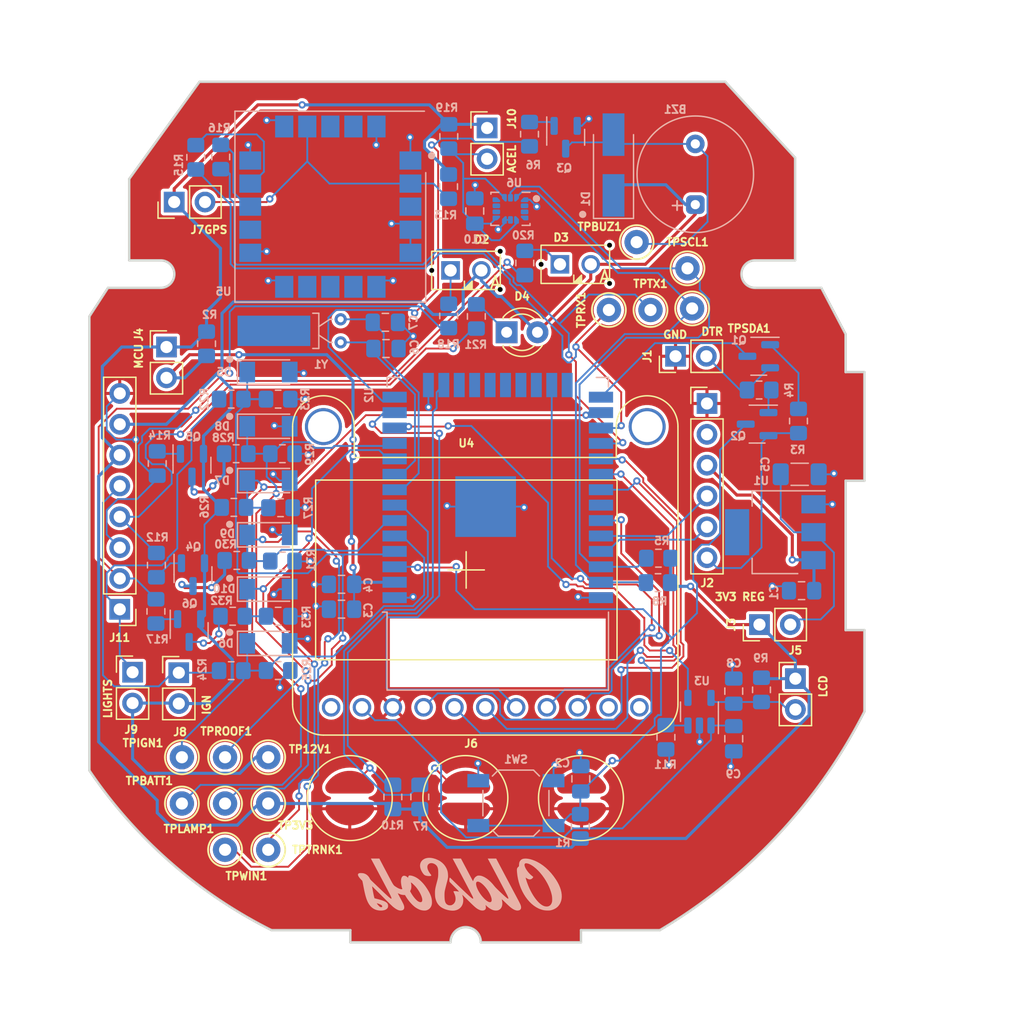
<source format=kicad_pcb>
(kicad_pcb (version 20240108) (generator "pcbnew") (generator_version "8.0")
  (layers (0 "F.Cu" signal) (31 "B.Cu" signal) (34 "B.Paste" user) (35 "F.Paste" user) (36 "B.SilkS" user "B.Silkscreen") (37 "F.SilkS" user "F.Silkscreen") (38 "B.Mask" user) (39 "F.Mask" user) (44 "Edge.Cuts" user))
  (net 0 "")
  (net 1 "+5V")
  (net 2 "GND")
  (net 3 "/RESET")
  (net 4 "Net-(BZ1-+)")
  (net 5 "Net-(J4-Pin_2)")
  (net 6 "Net-(J3-Pin_2)")
  (net 7 "Net-(U2-IO33)")
  (net 8 "Net-(U2-IO32)")
  (net 9 "Net-(J5-Pin_2)")
  (net 10 "Net-(U3-OUT)")
  (net 11 "+12V")
  (net 12 "Net-(J10-Pin_2)")
  (net 13 "/LIGHTS")
  (net 14 "/IGN")
  (net 15 "/BATT")
  (net 16 "/ROOF")
  (net 17 "/WINDOW")
  (net 18 "/TRUNK")
  (net 19 "/DTR")
  (net 20 "/CTS")
  (net 21 "/RXD0")
  (net 22 "/TXD0")
  (net 23 "/RTS")
  (net 24 "+3V3")
  (net 25 "Net-(D2-K)")
  (net 26 "/input_divider1/IN")
  (net 27 "/input_divider/IN")
  (net 28 "Net-(D3-K)")
  (net 29 "Net-(D4-K)")
  (net 30 "Net-(J7-Pin_2)")
  (net 31 "Net-(J11-Roof)")
  (net 32 "/GPIO0")
  (net 33 "Net-(J11-Trunk)")
  (net 34 "Net-(J11-Rear_Window)")
  (net 35 "/SCL")
  (net 36 "/BUZZER")
  (net 37 "/HOUR")
  (net 38 "/SDA")
  (net 39 "/MIN")
  (net 40 "Net-(Q1-B)")
  (net 41 "Net-(Q2-B)")
  (net 42 "Net-(Q3-B)")
  (net 43 "Net-(Q4-B)")
  (net 44 "/GPS_RX_MO")
  (net 45 "Net-(Q5-B)")
  (net 46 "/GPS_TX_MI")
  (net 47 "Net-(Q6-B)")
  (net 48 "Net-(U3-ISET)")
  (net 49 "Net-(U5-RXD)")
  (net 50 "Net-(U5-TXD)")
  (net 51 "/input_divider6/IN")
  (net 52 "/input_divider7/IN")
  (net 53 "/input_divider5/IN")
  (net 54 "/TFT_POWER")
  (net 55 "/TFT_CS")
  (net 62 "/TFT_RESET")
  (net 64 "/SCK")
  (net 65 "/MOSI")
  (net 66 "/MISO")
  (net 68 "/TFT_DC")
  (footprint "TestPoint:TestPoint_Keystone_5000-5004_Miniature" (layer "F.Cu") (at 28.650609 189.745576)
    (property "Reference" "TPTRNK1")
    (property "Value" "TestPoint")
  )
  (footprint "Connector_PinHeader_2.54mm:PinHeader_1x02_P2.54mm_Vertical" (layer "F.Cu") (at 20.903609 136.405576 90)
    (property "Reference" "J7")
    (property "Value" "Conn_01x02_Male")
  )
  (footprint "TestPoint:TestPoint_Keystone_5000-5004_Miniature" (layer "F.Cu") (at 21.538609 185.935576)
    (property "Reference" "TPBATT1")
    (property "Value" "TestPoint")
  )
  (footprint "Connector_PinHeader_2.54mm:PinHeader_1x02_P2.54mm_Vertical" (layer "F.Cu") (at 46.684609 130.309576)
    (property "Reference" "J10")
    (property "Value" "Conn_01x02_Male")
  )
  (footprint "Connector_PinHeader_2.54mm:PinHeader_1x02_P2.54mm_Vertical" (layer "F.Cu") (at 72.084609 175.655576)
    (property "Reference" "J5")
    (property "Value" "Conn_01x02_Male")
  )
  (footprint "TestPoint:TestPoint_Keystone_5000-5004_Miniature" (layer "F.Cu") (at 28.650609 182.125576)
    (property "Reference" "TP12V1")
    (property "Value" "TestPoint")
  )
  (footprint "TestPoint:TestPoint_Keystone_5000-5004_Miniature" (layer "F.Cu") (at 28.650609 185.935576)
    (property "Reference" "TP3V3")
    (property "Value" "TestPoint")
  )
  (footprint "TestPoint:TestPoint_Keystone_5000-5004_Miniature" (layer "F.Cu") (at 25.094609 189.745576)
    (property "Reference" "TPWIN1")
    (property "Value" "TestPoint")
  )
  (footprint "TestPoint:TestPoint_Keystone_5000-5004_Miniature" (layer "F.Cu") (at 21.538609 182.125576)
    (property "Reference" "TPIGN1")
    (property "Value" "TestPoint")
  )
  (footprint "DelSolLib:LED_Rectangular_W3.65mm_L6.15mm" (layer "F.Cu") (at 44.943609 142.035576)
    (property "Reference" "D2")
    (property "Value" "SSL-LX4673ID-LA20")
  )
  (footprint "Connector_PinHeader_2.54mm:PinHeader_1x02_P2.54mm_Vertical" (layer "F.Cu") (at 20.268609 148.343576)
    (property "Reference" "J4")
    (property "Value" "Conn_01x02_Male")
  )
  (footprint "TestPoint:TestPoint_Keystone_5000-5004_Miniature" (layer "F.Cu") (at 56.717609 145.295576)
    (property "Reference" "TPRX1")
    (property "Value" "TestPoint")
  )
  (footprint "TestPoint:TestPoint_Keystone_5000-5004_Miniature" (layer "F.Cu") (at 63.194609 141.866576)
    (property "Reference" "TPSCL1")
    (property "Value" "TestPoint")
  )
  (footprint "DelSolLib:Adafruit_1.14in_TFT" (layer "F.Cu") (at 30.658609 180.300576)
    (property "Reference" "U4")
    (property "Value" "Adafruit_1.14in_TFT")
  )
  (footprint "TestPoint:TestPoint_Keystone_5000-5004_Miniature" (layer "F.Cu") (at 63.575609 145.168576)
    (property "Reference" "TPSDA1")
    (property "Value" "TestPoint")
  )
  (footprint "Connector_PinHeader_2.54mm:PinHeader_1x06_P2.54mm_Vertical" (layer "F.Cu") (at 64.798609 152.995576)
    (property "Reference" "J2")
    (property "Value" "Conn_01x06")
  )
  (footprint "TestPoint:TestPoint_Keystone_5000-5004_Miniature" (layer "F.Cu") (at 25.094609 182.125576)
    (property "Reference" "TPROOF1")
    (property "Value" "TestPoint")
  )
  (footprint "DelSolLib:LED_Rectangular_W3.65mm_L6.15mm" (layer "F.Cu") (at 53.953609 141.535576)
    (property "Reference" "D3")
    (property "Value" "SSL-LX4673ID-LA20")
  )
  (footprint "Connector_PinHeader_2.54mm:PinHeader_1x08_P2.54mm_Vertical" (layer "F.Cu") (at 16.418609 169.945576 180)
    (property "Reference" "J11")
    (property "Value" "Conn_01x08_Male")
  )
  (footprint "Connector_PinHeader_2.54mm:PinHeader_1x02_P2.54mm_Vertical" (layer "F.Cu") (at 62.208609 149.105576 90)
    (property "Reference" "J1")
    (property "Value" "Conn_01x02_Male")
  )
  (footprint "TestPoint:TestPoint_Keystone_5000-5004_Miniature" (layer "F.Cu") (at 59.003609 139.707576)
    (property "Reference" "TPBUZ1")
    (property "Value" "TestPoint")
  )
  (footprint "LED_THT:LED_D3.0mm" (layer "F.Cu") (at 48.293609 147.130576)
    (property "Reference" "D4")
    (property "Value" "WP132XGD")
  )
  (footprint "Connector_PinHeader_2.54mm:PinHeader_1x02_P2.54mm_Vertical" (layer "F.Cu") (at 21.284609 175.165576)
    (property "Reference" "J8")
    (property "Value" "Conn_01x02_Male")
  )
  (footprint "TestPoint:TestPoint_Keystone_5000-5004_Miniature" (layer "F.Cu") (at 60.146609 145.295576)
    (property "Reference" "TPTX1")
    (property "Value" "TestPoint")
  )
  (footprint "TestPoint:TestPoint_Keystone_5000-5004_Miniature" (layer "F.Cu") (at 25.094609 185.935576)
    (property "Reference" "TPLAMP1")
    (property "Value" "TestPoint")
  )
  (footprint "DelSolLib:Switch_DelSol" (layer "F.Cu") (at 35.368609 185.490576)
    (property "Reference" "J6")
    (property "Value" "CLOCK_BUTTONS")
  )
  (footprint "LOGO" (layer "F.Cu") (at 45.059009 192.742776)
    (property "Reference" "G***" (hide yes))
    (property "Value" "LOGO" (hide yes))
  )
  (footprint "Connector_PinHeader_2.54mm:PinHeader_1x02_P2.54mm_Vertical" (layer "F.Cu") (at 17.474609 175.125576)
    (property "Reference" "J9")
    (property "Value" "Conn_01x02_Male")
  )
  (footprint "Connector_PinHeader_2.54mm:PinHeader_1x02_P2.54mm_Vertical" (layer "F.Cu") (at 69.123609 171.203576 90)
    (property "Reference" "J3")
    (property "Value" "Conn_01x02_Male")
  )
  (footprint "Resistor_SMD:R_0805_2012Metric_Pad1.20x1.40mm_HandSolder" (layer "B.Cu") (at 61.416609 180.483076 -90)
    (property "Reference" "R11")
    (property "Value" "3.4K")
  )
  (footprint "Resistor_SMD:R_0805_2012Metric_Pad1.20x1.40mm_HandSolder" (layer "B.Cu") (at 49.788609 141.425576 -90)
    (property "Reference" "R20")
    (property "Value" "470")
  )
  (footprint "Resistor_SMD:R_0805_2012Metric_Pad1.20x1.40mm_HandSolder" (layer "B.Cu") (at 69.096109 151.885576)
    (property "Reference" "R4")
    (property "Value" "10K")
  )
  (footprint "Capacitor_SMD:C_0805_2012Metric_Pad1.18x1.45mm_HandSolder" (layer "B.Cu") (at 45.668609 137.146076 90)
    (property "Reference" "C10")
    (property "Value" "0.1u")
  )
  (footprint "Resistor_SMD:R_0805_2012Metric_Pad1.20x1.40mm_HandSolder" (layer "B.Cu") (at 29.468609 152.637554)
    (property "Reference" "R23")
    (property "Value" "10K")
  )
  (footprint "Resistor_SMD:R_0805_2012Metric_Pad1.20x1.40mm_HandSolder" (layer "B.Cu") (at 19.506609 157.935576 -90)
    (property "Reference" "R14")
    (property "Value" "100K")
  )
  (footprint "Capacitor_SMD:C_0805_2012Metric_Pad1.18x1.45mm_HandSolder" (layer "B.Cu") (at 67.004609 176.680576 90)
    (property "Reference" "C8")
    (property "Value" "10u")
  )
  (footprint "Resistor_SMD:R_0805_2012Metric_Pad1.20x1.40mm_HandSolder" (layer "B.Cu") (at 43.528609 131.005576 -90)
    (property "Reference" "R19")
    (property "Value" "0")
  )
  (footprint "RF_Module:ESP32-WROOM-32" (layer "B.Cu") (at 47.563609 160.730576)
    (property "Reference" "U2")
    (property "Value" "ESP32-WROOM-32D")
  )
  (footprint "Resistor_SMD:R_0805_2012Metric_Pad1.20x1.40mm_HandSolder" (layer "B.Cu") (at 43.518609 145.785576 -90)
    (property "Reference" "R18")
    (property "Value" "470")
  )
  (footprint "Capacitor_SMD:C_0805_2012Metric_Pad1.18x1.45mm_HandSolder" (layer "B.Cu") (at 34.688609 169.933576 180)
    (property "Reference" "C3")
    (property "Value" "22u")
  )
  (footprint "Resistor_SMD:R_0805_2012Metric_Pad1.20x1.40mm_HandSolder" (layer "B.Cu") (at 45.798609 145.825576 -90)
    (property "Reference" "R21")
    (property "Value" "470")
  )
  (footprint "Resistor_SMD:R_0805_2012Metric_Pad1.20x1.40mm_HandSolder" (layer "B.Cu") (at 43.509609 135.135576 -90)
    (property "Reference" "R13")
    (property "Value" "0")
  )
  (footprint "Resistor_SMD:R_0805_2012Metric_Pad1.20x1.40mm_HandSolder" (layer "B.Cu") (at 23.570609 148.073576 -90)
    (property "Reference" "R2")
    (property "Value" "0")
  )
  (footprint "Capacitor_SMD:C_0805_2012Metric_Pad1.18x1.45mm_HandSolder" (layer "B.Cu") (at 34.688609 167.885576 180)
    (property "Reference" "C4")
    (property "Value" "0.1u")
  )
  (footprint "Resistor_SMD:R_0805_2012Metric_Pad1.20x1.40mm_HandSolder" (layer "B.Cu") (at 29.468609 170.51597)
    (property "Reference" "R33")
    (property "Value" "10K")
  )
  (footprint "Diode_SMD:D_MiniMELF" (layer "B.Cu") (at 28.668609 163.811564)
    (property "Reference" "D9")
    (property "Value" "ZMM3V6-M")
  )
  (footprint "Capacitor_SMD:C_0805_2012Metric_Pad1.18x1.45mm_HandSolder" (layer "B.Cu") (at 72.592609 168.409576 180)
    (property "Reference" "C1")
    (property "Value" "10u")
  )
  (footprint "Resistor_SMD:R_0805_2012Metric_Pad1.20x1.40mm_HandSolder" (layer "B.Cu") (at 25.602609 174.995576)
    (property "Reference" "R24")
    (property "Value" "34K")
  )
  (footprint "Diode_SMD:D_MiniMELF" (layer "B.Cu") (at 28.668609 150.402752)
    (property "Reference" "D5")
    (property "Value" "ZMM3V6-M")
  )
  (footprint "Resistor_SMD:R_0805_2012Metric_Pad1.20x1.40mm_HandSolder" (layer "B.Cu") (at 19.438609 166.305576 90)
    (property "Reference" "R12")
    (property "Value" "100K")
  )
  (footprint "Resistor_SMD:R_0805_2012Metric_Pad1.20x1.40mm_HandSolder" (layer "B.Cu") (at 19.398609 170.115576 90)
    (property "Reference" "R17")
    (property "Value" "100K")
  )
  (footprint "Resistor_SMD:R_0805_2012Metric_Pad1.20x1.40mm_HandSolder" (layer "B.Cu") (at 25.818609 161.551576)
    (property "Reference" "R26")
    (property "Value" "34K")
  )
  (footprint "DelSolLib:Buzzer_CUI-CMI-9650C-120" (layer "B.Cu") (at 63.838609 134.119576 180)
    (property "Reference" "BZ1")
    (property "Value" "CMI-9650C-120")
  )
  (footprint "Resistor_SMD:R_0805_2012Metric_Pad1.20x1.40mm_HandSolder" (layer "B.Cu") (at 26.009009 157.131976)
    (property "Reference" "R28")
    (property "Value" "34K")
  )
  (footprint "Resistor_SMD:R_0805_2012Metric_Pad1.20x1.40mm_HandSolder" (layer "B.Cu") (at 24.739009 132.697176 -90)
    (property "Reference" "R16")
    (property "Value" "470")
  )
  (footprint "Crystal:Crystal_DS26_D2.0mm_L6.0mm_Horizontal_1EP_style1" (layer "B.Cu") (at 34.619609 147.962576 90)
    (property "Reference" "Y1")
    (property "Value" "DT-26 32.768KHz")
  )
  (footprint "Resistor_SMD:R_0805_2012Metric_Pad1.20x1.40mm_HandSolder" (layer "B.Cu") (at 29.819009 165.971176)
    (property "Reference" "R31")
    (property "Value" "10K")
  )
  (footprint "Package_TO_SOT_SMD:SOT-223" (layer "B.Cu") (at 70.428609 163.595576 180)
    (property "Reference" "U1")
    (property "Value" "TLV1117-33")
  )
  (footprint "Diode_SMD:D_MiniMELF" (layer "B.Cu") (at 28.668609 154.872356)
    (property "Reference" "D8")
    (property "Value" "ZMM3V6-M")
  )
  (footprint "Resistor_SMD:R_0805_2012Metric_Pad1.20x1.40mm_HandSolder" (layer "B.Cu") (at 26.059809 165.920376)
    (property "Reference" "R30")
    (property "Value" "34K")
  )
  (footprint "Capacitor_SMD:C_0805_2012Metric_Pad1.18x1.45mm_HandSolder" (layer "B.Cu") (at 54.406209 183.903576 90)
    (property "Reference" "C2")
    (property "Value" "1u")
  )
  (footprint "Diode_SMD:D_MiniMELF" (layer "B.Cu") (at 28.668609 159.34196)
    (property "Reference" "D7")
    (property "Value" "ZMM3V6-M")
  )
  (footprint "Resistor_SMD:R_0805_2012Metric_Pad1.20x1.40mm_HandSolder" (layer "B.Cu") (at 50.178609 130.817576 90)
    (property "Reference" "R6")
    (property "Value" "180")
  )
  (footprint "Package_TO_SOT_SMD:SOT-23" (layer "B.Cu") (at 68.928609 154.693576 180)
    (property "Reference" "Q2")
    (property "Value" "MMBT2222A")
  )
  (footprint "LOGO" (layer "B.Cu") (at 44.449409 192.641176 180)
    (property "Reference" "G***" (hide yes))
    (property "Value" "LOGO" (hide yes))
  )
  (footprint "Capacitor_SMD:C_0805_2012Metric_Pad1.18x1.45mm_HandSolder" (layer "B.Cu") (at 38.353409 148.470576)
    (property "Reference" "C6")
    (property "Value" "15p")
  )
  (footprint "Diode_SMD:D_MiniMELF" (layer "B.Cu") (at 28.668609 168.281168)
    (property "Reference" "D10")
    (property "Value" "ZMM3V6-M")
  )
  (footprint "Diode_SMD:D_MiniMELF" (layer "B.Cu") (at 28.668609 172.750772)
    (property "Reference" "D6")
    (property "Value" "ZMM3V6-M")
  )
  (footprint "Resistor_SMD:R_0805_2012Metric_Pad1.20x1.40mm_HandSolder" (layer "B.Cu") (at 29.666609 161.576762)
    (property "Reference" "R27")
    (property "Value" "10K")
  )
  (footprint "Package_TO_SOT_SMD:SOT-23" (layer "B.Cu") (at 69.066109 149.105576 180)
    (property "Reference" "Q1")
    (property "Value" "MMBT2222A")
  )
  (footprint "RF_GPS:ublox_SAM-M8Q" (layer "B.Cu") (at 33.768609 136.786576 180)
    (property "Reference" "U5")
    (property "Value" "SAM-M8Q")
  )
  (footprint "Package_TO_SOT_SMD:SOT-23" (layer "B.Cu") (at 22.368609 158.075576 -90)
    (property "Reference" "Q5")
    (property "Value" "MMBT2907A")
  )
  (footprint "Resistor_SMD:R_0805_2012Metric_Pad1.20x1.40mm_HandSolder" (layer "B.Cu") (at 41.138609 185.395576 90)
    (property "Reference" "R7")
    (property "Value" "10K")
  )
  (footprint "Button_Switch_SMD:SW_SPST_SKQG_WithoutStem" (layer "B.Cu") (at 49.058609 185.905576 180)
    (property "Reference" "SW1")
    (property "Value" "TS-1187A-B-A-B")
  )
  (footprint "Capacitor_SMD:C_1206_3216Metric_Pad1.33x1.80mm_HandSolder" (layer "B.Cu") (at 72.438609 158.825576)
    (property "Reference" "C5")
    (property "Value" "100u")
  )
  (footprint "Resistor_SMD:R_0805_2012Metric_Pad1.20x1.40mm_HandSolder" (layer "B.Cu") (at 72.338609 154.439576 90)
    (property "Reference" "R3")
    (property "Value" "10K")
  )
  (footprint "Resistor_SMD:R_0805_2012Metric_Pad1.20x1.40mm_HandSolder" (layer "B.Cu") (at 29.468609 174.985576)
    (property "Reference" "R25")
    (property "Value" "10K")
  )
  (footprint "Package_LGA:LGA-14_3x2.5mm_P0.5mm_LayoutBorder3x4y" (layer "B.Cu") (at 48.608609 136.966076 180)
    (property "Reference" "U6")
    (property "Value" "LSM6DS3")
  )
  (footprint "Resistor_SMD:R_0805_2012Metric_Pad1.20x1.40mm_HandSolder" (layer "B.Cu") (at 54.363609 187.815176 90)
    (property "Reference" "R1")
    (property "Value" "10K")
  )
  (footprint "Resistor_SMD:R_0805_2012Metric_Pad1.20x1.40mm_HandSolder" (layer "B.Cu") (at 69.290609 176.575576 -90)
    (property "Reference" "R9")
    (property "Value" "0")
  )
  (footprint "Resistor_SMD:R_0805_2012Metric_Pad1.20x1.40mm_HandSolder" (layer "B.Cu") (at 60.768609 167.749176 180)
    (property "Reference" "R8")
    (property "Value" "2K")
  )
  (footprint "Resistor_SMD:R_0805_2012Metric_Pad1.20x1.40mm_HandSolder" (layer "B.Cu") (at 25.602609 152.635576)
    (property "Reference" "R22")
    (property "Value" "34K")
  )
  (footprint "Package_TO_SOT_SMD:SOT-23" (layer "B.Cu") (at 22.138609 171.693076 -90)
    (property "Reference" "Q6")
    (property "Value" "MMBT2907A")
  )
  (footprint "Resistor_SMD:R_0805_2012Metric_Pad1.20x1.40mm_HandSolder" (layer "B.Cu") (at 29.819009 157.131976)
    (property "Reference" "R29")
    (property "Value" "10K")
  )
  (footprint "Resistor_SMD:R_0805_2012Metric_Pad1.20x1.40mm_HandSolder" (layer "B.Cu") (at 60.798609 165.735576 180)
    (property "Reference" "R5")
    (property "Value" "2K")
  )
  (footprint "Capacitor_SMD:C_0805_2012Metric_Pad1.18x1.45mm_HandSolder" (layer "B.Cu") (at 67.004609 180.601576 -90)
    (property "Reference" "C9")
    (property "Value" "10u")
  )
  (footprint "Capacitor_SMD:C_0805_2012Metric_Pad1.18x1.45mm_HandSolder" (layer "B.Cu") (at 38.302609 146.311576)
    (property "Reference" "C7")
    (property "Value" "15p")
  )
  (footprint "Resistor_SMD:R_0805_2012Metric_Pad1.20x1.40mm_HandSolder" (layer "B.Cu") (at 25.718609 170.515576)
    (property "Reference" "R32")
    (property "Value" "34K")
  )
  (footprint "Package_TO_SOT_SMD:SOT-23-5" (layer "B.Cu") (at 64.178609 178.375576 90)
    (property "Reference" "U3")
    (property "Value" "SY6280A")
  )
  (footprint "Resistor_SMD:R_0805_2012Metric_Pad1.20x1.40mm_HandSolder" (layer "B.Cu") (at 22.681609 132.722576 -90)
    (property "Reference" "R15")
    (property "Value" "470")
  )
  (footprint "Resistor_SMD:R_0805_2012Metric_Pad1.20x1.40mm_HandSolder" (layer "B.Cu") (at 38.918609 185.395576 90)
    (property "Reference" "R10")
    (property "Value" "10K")
  )
  (footprint "Package_TO_SOT_SMD:SOT-23" (layer "B.Cu") (at 53.158609 131.071576 -90)
    (property "Reference" "Q3")
    (property "Value" "MMBT2222A")
  )
  (footprint "Diode_SMD:D_SMA_Handsoldering" (layer "B.Cu") (at 57.098609 133.357576 90)
    (property "Reference" "D1")
    (property "Value" "SS210")
  )
  (footprint "Package_TO_SOT_SMD:SOT-23" (layer "B.Cu") (at 22.453009 167.088776 -90)
    (property "Reference" "Q4")
    (property "Value" "MMBT2907A")
  )
  (gr_circle (center 25.475609 162.948576) (end 25.625609 162.948576) (stroke (width 0.3)) (fill none) (layer "B.SilkS"))
  (gr_circle (center 54.558609 137.421576) (end 54.708609 137.421576) (stroke (width 0.3)) (fill none) (layer "B.SilkS"))
  (gr_circle (center 25.475609 149.359576) (end 25.625609 149.359576) (stroke (width 0.3)) (fill none) (layer "B.SilkS"))
  (gr_circle (center 42.112609 132.595576) (end 42.262609 132.595576) (stroke (width 0.3)) (fill none) (layer "B.SilkS"))
  (gr_circle (center 25.475609 167.393576) (end 25.625609 167.393576) (stroke (width 0.3)) (fill none) (layer "B.SilkS"))
  (gr_circle (center 25.475609 154.058576) (end 25.625609 154.058576) (stroke (width 0.3)) (fill none) (layer "B.SilkS"))
  (gr_circle (center 25.475609 158.503576) (end 25.625609 158.503576) (stroke (width 0.3)) (fill none) (layer "B.SilkS"))
  (gr_circle (center 25.475609 171.838576) (end 25.625609 171.838576) (stroke (width 0.3)) (fill none) (layer "B.SilkS"))
  (gr_circle (center 50.748609 136.123076) (end 50.898609 136.123076) (stroke (width 0.3)) (fill none) (layer "B.SilkS"))
  (gr_line (start 19.783609 141.205576) (end 17.198609 141.205576) (stroke (width 0.2)) (layer "Edge.Cuts"))
  (gr_arc (start 68.773609 143.475576) (mid 67.638609 142.340576) (end 68.773609 141.205576) (stroke (width 0.2)) (layer "Edge.Cuts"))
  (gr_line (start 35.418609 196.365576) (end 35.418609 197.365576) (stroke (width 0.2)) (layer "Edge.Cuts"))
  (gr_line (start 77.768609 171.655576) (end 77.768609 178.365576) (stroke (width 0.2)) (layer "Edge.Cuts"))
  (gr_line (start 17.198609 134.505576) (end 22.988609 126.505576) (stroke (width 0.2)) (layer "Edge.Cuts"))
  (gr_line (start 77.768609 150.405576) (end 77.768609 159.355576) (stroke (width 0.2)) (layer "Edge.Cuts"))
  (gr_line (start 46.168609 197.365576) (end 54.418609 197.365576) (stroke (width 0.2)) (layer "Edge.Cuts"))
  (gr_arc (start 19.783609 141.205576) (mid 20.918609 142.340576) (end 19.783609 143.475576) (stroke (width 0.2)) (layer "Edge.Cuts"))
  (gr_line (start 76.218609 159.355576) (end 76.218609 171.655576) (stroke (width 0.2)) (layer "Edge.Cuts"))
  (gr_line (start 54.418609 197.365576) (end 54.418609 196.365576) (stroke (width 0.2)) (layer "Edge.Cuts"))
  (gr_line (start 72.058609 132.755576) (end 72.058609 141.205576) (stroke (width 0.2)) (layer "Edge.Cuts"))
  (gr_arc (start 43.668609 197.365576) (mid 44.918609 196.115576) (end 46.168609 197.365576) (stroke (width 0.2)) (layer "Edge.Cuts"))
  (gr_arc (start 77.768609 178.365576) (mid 70.617767 188.558329) (end 60.918609 196.365576) (stroke (width 0.2)) (layer "Edge.Cuts"))
  (gr_line (start 15.448609 143.475576) (end 19.783609 143.475576) (stroke (width 0.2)) (layer "Edge.Cuts"))
  (gr_line (start 76.218609 150.405576) (end 77.768609 150.405576) (stroke (width 0.2)) (layer "Edge.Cuts"))
  (gr_line (start 77.768609 159.355576) (end 76.218609 159.355576) (stroke (width 0.2)) (layer "Edge.Cuts"))
  (gr_line (start 17.198609 141.205576) (end 17.198609 134.505576) (stroke (width 0.2)) (layer "Edge.Cuts"))
  (gr_line (start 76.218609 147.275576) (end 76.218609 150.405576) (stroke (width 0.2)) (layer "Edge.Cuts"))
  (gr_line (start 76.218609 171.655576) (end 77.768609 171.655576) (stroke (width 0.2)) (layer "Edge.Cuts"))
  (gr_arc (start 28.918609 196.365576) (mid 20.573991 190.754018) (end 13.918609 183.215576) (stroke (width 0.2)) (layer "Edge.Cuts"))
  (gr_line (start 35.418609 197.365576) (end 43.668609 197.365576) (stroke (width 0.2)) (layer "Edge.Cuts"))
  (gr_line (start 28.918609 196.365576) (end 35.418609 196.365576) (stroke (width 0.2)) (layer "Edge.Cuts"))
  (gr_line (start 13.918609 145.825576) (end 15.448609 143.475576) (stroke (width 0.2)) (layer "Edge.Cuts"))
  (gr_line (start 22.988609 126.505576) (end 66.308609 126.505576) (stroke (width 0.2)) (layer "Edge.Cuts"))
  (gr_line (start 72.058609 141.205576) (end 68.773609 141.205576) (stroke (width 0.2)) (layer "Edge.Cuts"))
  (gr_line (start 13.918609 183.215576) (end 13.918609 145.825576) (stroke (width 0.2)) (layer "Edge.Cuts"))
  (gr_line (start 66.308609 126.505576) (end 72.058609 132.755576) (stroke (width 0.2)) (layer "Edge.Cuts"))
  (gr_line (start 54.418609 196.365576) (end 60.918609 196.365576) (stroke (width 0.2)) (layer "Edge.Cuts"))
  (gr_line (start 74.218609 143.475576) (end 76.218609 147.275576) (stroke (width 0.2)) (layer "Edge.Cuts"))
  (gr_line (start 68.773609 143.475576) (end 74.218609 143.475576) (stroke (width 0.2)) (layer "Edge.Cuts"))
  (gr_text "GPS" (at 24.332609 138.691576 0) (layer "F.SilkS") (effects (font (size 0.635 0.635))))
  (gr_text "IGN" (at 23.570609 177.807576 90) (layer "F.SilkS") (effects (font (size 0.635 0.635))))
  (gr_text "DTR" (at 65.226609 147.073576 0) (layer "F.SilkS") (effects (font (size 0.635 0.635))))
  (gr_text "GND" (at 62.178609 147.327576 0) (layer "F.SilkS") (effects (font (size 0.635 0.635))))
  (gr_text "MCU" (at 17.982609 149.105576 90) (layer "F.SilkS") (effects (font (size 0.635 0.635))))
  (gr_text "LCD" (at 74.370609 176.283576 90) (layer "F.SilkS") (effects (font (size 0.635 0.635))))
  (gr_text "LIGHTS" (at 15.442609 177.299576 90) (layer "F.SilkS") (effects (font (size 0.635 0.635))))
  (gr_text "3V3 REG" (at 67.512609 168.917576 0) (layer "F.SilkS") (effects (font (size 0.635 0.635))))
  (gr_text "ACEL" (at 48.716609 132.849576 90) (layer "F.SilkS") (effects (font (size 0.635 0.635))))
  (segment (start 71.830609 163.837576) (end 71.830609 165.869576) (width 0.254) (layer "F.Cu") (net 1))
  (segment (start 68.528609 160.535576) (end 71.830609 163.837576) (width 0.254) (layer "F.Cu") (net 1))
  (segment (start 64.798609 158.075576) (end 67.258609 160.535576) (width 0.254) (layer "F.Cu") (net 1))
  (segment (start 67.258609 160.535576) (end 68.528609 160.535576) (width 0.254) (layer "F.Cu") (net 1))
  (via (at 71.830609 165.869576) (size 0.6) (drill 0.3) (layers "F.Cu" "B.Cu") (net 1))
  (segment (start 73.616109 165.933076) (end 73.578609 165.895576) (width 0.25) (layer "B.Cu") (net 1))
  (segment (start 71.830609 165.869576) (end 73.552609 165.869576) (width 0.254) (layer "B.Cu") (net 1))
  (segment (start 73.616109 168.045576) (end 73.616109 165.933076) (width 0.25) (layer "B.Cu") (net 1))
  (segment (start 73.552609 165.869576) (end 73.578609 165.895576) (width 0.254) (layer "B.Cu") (net 1))
  (via (at 28.650609 142.882576) (size 0.6) (drill 0.3) (layers "F.Cu" "B.Cu") (net 2))
  (via (at 64.210609 180.855576) (size 0.6) (drill 0.3) (layers "F.Cu" "B.Cu") (net 2))
  (via (at 45.922609 182.633576) (size 0.6) (drill 0.3) (layers "F.Cu" "B.Cu") (net 2))
  (via (at 29.107809 168.714376) (size 0.6) (drill 0.3) (layers "F.Cu" "B.Cu") (net 2))
  (via (at 38.810609 138.183576) (size 0.6) (drill 0.3) (layers "F.Cu" "B.Cu") (net 2))
  (via (at 40.588609 168.917576) (size 0.6) (drill 0.3) (layers "F.Cu" "B.Cu") (net 2))
  (via (at 29.057009 158.808376) (size 0.6) (drill 0.3) (layers "F.Cu" "B.Cu") (net 2))
  (via (at 32.460609 167.901576) (size 0.6) (drill 0.3) (layers "F.Cu" "B.Cu") (net 2))
  (via (at 32.587609 169.679576) (size 0.6) (drill 0.3) (layers "F.Cu" "B.Cu") (net 2))
  (via (at 29.615809 176.385176) (size 0.6) (drill 0.3) (layers "F.Cu" "B.Cu") (net 2))
  (via (at 31.952609 157.233576) (size 0.6) (drill 0.3) (layers "F.Cu" "B.Cu") (net 2))
  (via (at 17.728609 155.963576) (size 0.6) (drill 0.3) (layers "F.Cu" "B.Cu") (net 2))
  (via (at 70.179609 168.028576) (size 0.6) (drill 0.3) (layers "F.Cu" "B.Cu") (net 2))
  (via (at 75.132609 161.297576) (size 0.6) (drill 0.3) (layers "F.Cu" "B.Cu") (net 2))
  (via (at 29.006209 163.380376) (size 0.6) (drill 0.3) (layers "F.Cu" "B.Cu") (net 2))
  (via (at 31.571609 150.502576) (size 0.6) (drill 0.3) (layers "F.Cu" "B.Cu") (net 2))
  (via (at 66.750609 182.887576) (size 0.6) (drill 0.3) (layers "F.Cu" "B.Cu") (net 2))
  (via (at 28.523609 140.469576) (size 0.6) (drill 0.3) (layers "F.Cu" "B.Cu") (net 2))
  (via (at 49.732609 161.551576) (size 0.6) (drill 0.3) (layers "F.Cu" "B.Cu") (net 2))
  (via (at 66.877609 174.505576) (size 0.6) (drill 0.3) (layers "F.Cu" "B.Cu") (net 2))
  (via (at 31.901809 172.371976) (size 0.6) (drill 0.3) (layers "F.Cu" "B.Cu") (net 2))
  (via (at 55.066609 129.547576) (size 0.6) (drill 0.3) (layers "F.Cu" "B.Cu") (net 2))
  (via (at 41.858609 153.296576) (size 0.6) (drill 0.3) (layers "F.Cu" "B.Cu") (net 2))
  (via (at 31.698609 152.661576) (size 0.6) (drill 0.3) (layers "F.Cu" "B.Cu") (net 2))
  (via (at 31.698609 170.441576) (size 0.6) (drill 0.3) (layers "F.Cu" "B.Cu") (net 2))
  (via (at 50.778609 136.786576) (size 0.6) (drill 0.3) (layers "F.Cu" "B.Cu") (net 2))
  (via (at 38.937609 142.882576) (size 0.6) (drill 0.3) (layers "F.Cu" "B.Cu") (net 2))
  (via (at 37.540609 131.706576) (size 0.6) (drill 0.3) (layers "F.Cu" "B.Cu") (net 2))
  (via (at 54.177609 168.917576) (size 0.6) (drill 0.3) (layers "F.Cu" "B.Cu") (net 2))
  (via (at 31.698609 161.551576) (size 0.6) (drill 0.3) (layers "F.Cu" "B.Cu") (net 2))
  (via (at 43.382609 161.424576) (size 0.6) (drill 0.3) (layers "F.Cu" "B.Cu") (net 2))
  (via (at 40.334609 131.071576) (size 0.6) (drill 0.3) (layers "F.Cu" "B.Cu") (net 2))
  (via (at 29.158609 154.820576) (size 0.6) (drill 0.3) (layers "F.Cu" "B.Cu") (net 2))
  (via (at 61.670609 182.760576) (size 0.6) (drill 0.3) (layers "F.Cu" "B.Cu") (net 2))
  (via (at 75.259609 158.757576) (size 0.6) (drill 0.3) (layers "F.Cu" "B.Cu") (net 2))
  (via (at 26.999609 131.706576) (size 0.6) (drill 0.3) (layers "F.Cu" "B.Cu") (net 2))
  (via (at 28.523609 129.674576) (size 0.6) (drill 0.3) (layers "F.Cu" "B.Cu") (net 2))
  (via (at 47.603609 138.663076) (size 0.6) (drill 0.3) (layers "F.Cu" "B.Cu") (net 2))
  (via (at 45.698609 135.008576) (size 0.6) (drill 0.3) (layers "F.Cu" "B.Cu") (net 2))
  (via (at 32.105009 165.996576) (size 0.6) (drill 0.3) (layers "F.Cu" "B.Cu") (net 2))
  (via (at 54.304609 181.744576) (size 0.6) (drill 0.3) (layers "F.Cu" "B.Cu") (net 2))
  (via (at 52.272609 182.760576) (size 0.6) (drill 0.3) (layers "F.Cu" "B.Cu") (net 2))
  (via (at 40.588609 147.454576) (size 0.6) (drill 0.3) (layers "F.Cu" "B.Cu") (net 2))
  (segment (start 75.191609 158.825576) (end 75.259609 158.757576) (width 0.1524) (layer "B.Cu") (net 2))
  (segment (start 30.468609 152.637554) (end 31.674587 152.637554) (width 0.1524) (layer "B.Cu") (net 2))
  (segment (start 32.105009 165.996576) (end 30.844409 165.996576) (width 0.1524) (layer "B.Cu") (net 2))
  (segment (start 28.523609 140.469576) (end 27.572609 140.469576) (width 0.1524) (layer "B.Cu") (net 2))
  (segment (start 29.615809 175.838376) (end 30.468609 174.985576) (width 0.1524) (layer "B.Cu") (net 2))
  (segment (start 27.168609 131.875576) (end 27.168609 132.465576) (width 0.1524) (layer "B.Cu") (net 2))
  (segment (start 38.810609 138.183576) (end 40.350609 138.183576) (width 0.1524) (layer "B.Cu") (net 2))
  (segment (start 30.468609 170.51597) (end 31.624215 170.51597) (width 0.1524) (layer "B.Cu") (net 2))
  (segment (start 29.590593 159.34196) (end 30.418609 159.34196) (width 0.1524) (layer "B.Cu") (net 2))
  (segment (start 29.968609 129.665576) (end 28.532609 129.665576) (width 0.1524) (layer "B.Cu") (net 2))
  (segment (start 33.651109 169.705576) (end 32.613609 169.705576) (width 0.1524) (layer "B.Cu") (net 2))
  (segment (start 31.673423 161.576762) (end 31.698609 161.551576) (width 0.1524) (layer "B.Cu") (net 2))
  (segment (start 29.541017 168.281168) (end 30.418609 168.281168) (width 0.1524) (layer "B.Cu") (net 2))
  (segment (start 29.057009 158.808376) (end 29.590593 159.34196) (width 0.1524) (layer "B.Cu") (net 2))
  (segment (start 15.340498 153.243687) (end 15.340498 155.176354) (width 0.1524) (layer "B.Cu") (net 2))
  (segment (start 45.668609 135.038576) (end 45.668609 136.108576) (width 0.1524) (layer "B.Cu") (net 2))
  (segment (start 66.828609 182.555576) (end 66.750609 182.633576) (width 0.1524) (layer "B.Cu") (net 2))
  (segment (start 52.158609 184.055576) (end 52.158609 182.874576) (width 0.1524) (layer "B.Cu") (net 2))
  (segment (start 48.608609 137.878576) (end 48.108609 137.878576) (width 0.1524) (layer "B.Cu") (net 2))
  (segment (start 31.901809 172.371976) (end 30.797405 172.371976) (width 0.1524) (layer "B.Cu") (net 2))
  (segment (start 71.541109 168.045576) (end 70.196609 168.045576) (width 0.1524) (layer "B.Cu") (net 2))
  (segment (start 64.178609 180.823576) (end 64.210609 180.855576) (width 0.1524) (layer "B.Cu") (net 2))
  (segment (start 54.480109 130.134076) (end 55.066609 129.547576) (width 0.1524) (layer "B.Cu") (net 2))
  (segment (start 38.920609 142.865576) (end 38.937609 142.882576) (width 0.1524) (layer "B.Cu") (net 2))
  (segment (start 41.848609 153.286576) (end 41.858609 153.296576) (width 0.1524) (layer "B.Cu") (net 2))
  (segment (start 30.797405 172.371976) (end 30.418609 172.750772) (width 0.1524) (layer "B.Cu") (net 2))
  (segment (start 40.588609 147.454576) (end 40.406909 147.454576) (width 0.1524) (layer "B.Cu") (net 2))
  (segment (start 73.578609 161.295576) (end 75.130609 161.295576) (width 0.1524) (layer "B.Cu") (net 2))
  (segment (start 40.588609 147.454576) (end 39.445609 146.311576) (width 0.1524) (layer "B.Cu") (net 2))
  (segment (start 31.952609 157.233576) (end 31.851009 157.131976) (width 0.1524) (layer "B.Cu") (net 2))
  (segment (start 61.688609 181.483076) (end 61.688609 182.742576) (width 0.1524) (layer "B.Cu") (net 2))
  (segment (start 40.368609 132.465576) (end 40.368609 131.105576) (width 0.1524) (layer "B.Cu") (net 2))
  (segment (start 74.001109 158.825576) (end 75.191609 158.825576) (width 0.1524) (layer "B.Cu") (net 2))
  (segment (start 15.340498 155.176354) (end 16.12772 155.963576) (width 0.1524) (layer "B.Cu") (net 2))
  (segment (start 40.368609 138.686576) (end 40.368609 140.586576) (width 0.1524) (layer "B.Cu") (net 2))
  (segment (start 28.532609 129.665576) (end 28.523609 129.674576) (width 0.1524) (layer "B.Cu") (net 2))
  (segment (start 46.563609 161.485576) (end 49.666609 161.485576) (width 0.1524) (layer "B.Cu") (net 2))
  (segment (start 30.418609 154.872356) (end 29.210389 154.872356) (width 0.1524) (layer "B.Cu") (net 2))
  (segment (start 16.418609 152.165576) (end 15.340498 153.243687) (width 0.1524) (layer "B.Cu") (net 2))
  (segment (start 29.210389 154.872356) (end 29.158609 154.820576) (width 0.1524) (layer "B.Cu") (net 2))
  (segment (start 49.666609 161.485576) (end 49.732609 161.551576) (width 0.1524) (layer "B.Cu") (net 2))
  (segment (start 31.674587 152.637554) (end 31.698609 152.661576) (width 0.1524) (layer "B.Cu") (net 2))
  (segment (start 48.108609 138.158076) (end 47.603609 138.663076) (width 0.1524) (layer "B.Cu") (net 2))
  (segment (start 29.968609 142.865576) (end 28.667609 142.865576) (width 0.1524) (layer "B.Cu") (net 2))
  (segment (start 70.196609 168.045576) (end 70.179609 168.028576) (width 0.1524) (layer "B.Cu") (net 2))
  (segment (start 37.568609 142.865576) (end 38.920609 142.865576) (width 0.1524) (layer "B.Cu") (net 2))
  (segment (start 41.848609 151.475576) (end 41.848609 153.286576) (width 0.1524) (layer "B.Cu") (net 2))
  (segment (start 66.828609 181.320576) (end 66.828609 182.555576) (width 0.1524) (layer "B.Cu") (net 2))
  (segment (start 31.851009 157.131976) (end 30.819009 157.131976) (width 0.1524) (layer "B.Cu") (net 2))
  (segment (start 30.844409 165.996576) (end 30.819009 165.971176) (width 0.1524) (layer "B.Cu") (net 2))
  (segment (start 32.613609 169.705576) (end 32.587609 169.679576) (width 0.1524) (layer "B.Cu") (net 2))
  (segment (start 33.651109 167.885576) (end 32.476609 167.885576) (width 0.1524) (layer "B.Cu") (net 2))
  (segment (start 31.471785 150.402752) (end 31.571609 150.502576) (width 0.1524) (layer "B.Cu") (net 2))
  (segment (start 54.406209 181.846176) (end 54.304609 181.744576) (width 0.1524) (layer "B.Cu") (net 2))
  (segment (start 66.878609 174.506576) (end 66.877609 174.505576) (width 0.1524) (layer "B.Cu") (net 2))
  (segment (start 54.406209 182.866076) (end 54.406209 181.846176) (width 0.1524) (layer "B.Cu") (net 2))
  (segment (start 66.878609 175.643076) (end 66.878609 174.506576) (width 0.1524) (layer "B.Cu") (net 2))
  (segment (start 50.778609 136.786576) (end 50.208109 136.216076) (width 0.1524) (layer "B.Cu") (net 2))
  (segment (start 29.437397 163.811564) (end 30.418609 163.811564) (width 0.1524) (layer "B.Cu") (net 2))
  (segment (start 37.540609 131.706576) (end 37.568609 131.678576) (width 0.1524) (layer "B.Cu") (net 2))
  (segment (start 16.12772 155.963576) (end 17.728609 155.963576) (width 0.1524) (layer "B.Cu") (net 2))
  (segment (start 31.624215 170.51597) (end 31.698609 170.441576) (width 0.1524) (layer "B.Cu") (net 2))
  (segment (start 48.108609 137.878576) (end 48.108609 138.158076) (width 0.1524) (layer "B.Cu") (net 2))
  (segment (start 39.063609 168.985576) (end 40.520609 168.985576) (width 0.1524) (layer "B.Cu") (net 2))
  (segment (start 46.563609 161.485576) (end 43.443609 161.485576) (width 0.1524) (layer "B.Cu") (net 2))
  (segment (start 45.958609 182.669576) (end 45.922609 182.633576) (width 0.1524) (layer "B.Cu") (net 2))
  (segment (start 40.520609 168.985576) (end 40.588609 168.917576) (width 0.1524) (layer "B.Cu") (net 2))
  (segment (start 54.108609 130.134076) (end 54.480109 130.134076) (width 0.1524) (layer "B.Cu") (net 2))
  (segment (start 45.958609 184.055576) (end 45.958609 182.669576) (width 0.1524) (layer "B.Cu") (net 2))
  (segment (start 40.368609 131.105576) (end 40.334609 131.071576) (width 0.1524) (layer "B.Cu") (net 2))
  (segment (start 39.445609 146.311576) (end 39.340109 146.311576) (width 0.1524) (layer "B.Cu") (net 2))
  (segment (start 29.006209 163.380376) (end 29.437397 163.811564) (width 0.1524) (layer "B.Cu") (net 2))
  (segment (start 56.063609 168.985576) (end 54.245609 168.985576) (width 0.1524) (layer "B.Cu") (net 2))
  (segment (start 28.667609 142.865576) (end 28.650609 142.882576) (width 0.1524) (layer "B.Cu") (net 2))
  (segment (start 30.666609 161.576762) (end 31.673423 161.576762) (width 0.1524) (layer "B.Cu") (net 2))
  (segment (start 75.130609 161.295576) (end 75.132609 161.297576) (width 0.1524) (layer "B.Cu") (net 2))
  (segment (start 37.568609 131.678576) (end 37.568609 129.665576) (width 0.1524) (layer "B.Cu") (net 2))
  (segment (start 32.476609 167.885576) (end 32.460609 167.901576) (width 0.1524) (layer "B.Cu") (net 2))
  (segment (start 26.999609 131.706576) (end 27.168609 131.875576) (width 0.1524) (layer "B.Cu") (net 2))
  (segment (start 50.208109 136.216076) (end 49.771109 136.216076) (width 0.1524) (layer "B.Cu") (net 2))
  (segment (start 43.443609 161.485576) (end 43.382609 161.424576) (width 0.1524) (layer "B.Cu") (net 2))
  (segment (start 64.178609 179.513076) (end 64.178609 180.823576) (width 0.1524) (layer "B.Cu") (net 2))
  (segment (start 30.418609 150.402752) (end 31.471785 150.402752) (width 0.1524) (layer "B.Cu") (net 2))
  (segment (start 54.245609 168.985576) (end 54.177609 168.917576) (width 0.1524) (layer "B.Cu") (net 2))
  (segment (start 29.615809 176.385176) (end 29.615809 175.838376) (width 0.1524) (layer "B.Cu") (net 2))
  (segment (start 29.107809 168.714376) (end 29.541017 168.281168) (width 0.1524) (layer "B.Cu") (net 2))
  (segment (start 40.406909 147.454576) (end 39.390909 148.470576) (width 0.1524) (layer "B.Cu") (net 2))
  (segment (start 52.158609 182.874576) (end 52.272609 182.760576) (width 0.1524) (layer "B.Cu") (net 2))
  (segment (start 61.688609 182.742576) (end 61.670609 182.760576) (width 0.1524) (layer "B.Cu") (net 2))
  (segment (start 54.795109 184.615576) (end 57.001359 182.409326) (width 0.1524) (layer "F.Cu") (net 3))
  (segment (start 54.468609 184.615576) (end 54.795109 184.615576) (width 0.1524) (layer "F.Cu") (net 3))
  (segment (start 40.969609 166.504576) (end 44.068409 166.504576) (width 0.1524) (layer "F.Cu") (net 3))
  (segment (start 44.068409 166.504576) (end 44.144609 166.428376) (width 0.1524) (layer "F.Cu") (net 3))
  (via (at 57.001359 182.409326) (size 0.6) (drill 0.3) (layers "F.Cu" "B.Cu") (net 3))
  (via (at 40.969609 166.504576) (size 0.6) (drill 0.3) (layers "F.Cu" "B.Cu") (net 3))
  (via (at 44.144609 166.428376) (size 0.6) (drill 0.3) (layers "F.Cu" "B.Cu") (net 3))
  (segment (start 61.010209 178.654956) (end 60.768566 178.654956) (width 0.1524) (layer "B.Cu") (net 3))
  (segment (start 40.910609 166.445576) (end 40.969609 166.504576) (width 0.1524) (layer "B.Cu") (net 3))
  (segment (start 64.35204 164.617465) (end 63.667361 165.302144) (width 0.1524) (layer "B.Cu") (net 3))
  (segment (start 65.87672 163.713354) (end 64.972609 164.617465) (width 0.1524) (layer "B.Cu") (net 3))
  (segment (start 39.063609 166.445576) (end 40.910609 166.445576) (width 0.1524) (layer "B.Cu") (net 3))
  (segment (start 61.010209 173.220198) (end 61.010209 178.654956) (width 0.1524) (layer "B.Cu") (net 3))
  (segment (start 54.363609 184.983676) (end 54.363609 186.815176) (width 0.1524) (layer "B.Cu") (net 3))
  (segment (start 61.91692 172.313487) (end 61.010209 173.220198) (width 0.1524) (layer "B.Cu") (net 3))
  (segment (start 57.001359 182.409326) (end 54.469609 184.941076) (width 0.1524) (layer "B.Cu") (net 3))
  (segment (start 59.537009 169.933576) (end 61.91692 172.313487) (width 0.1524) (layer "B.Cu") (net 3))
  (segment (start 60.488489 178.935033) (end 60.488489 179.497696) (width 0.1524) (layer "B.Cu") (net 3))
  (segment (start 64.972609 164.617465) (end 64.35204 164.617465) (width 0.1524) (layer "B.Cu") (net 3))
  (segment (start 67.991109 154.693576) (end 65.87672 156.807965) (width 0.1524) (layer "B.Cu") (net 3))
  (segment (start 63.97672 167.835224) (end 63.97672 170.253687) (width 0.1524) (layer "B.Cu") (net 3))
  (segment (start 53.556801 186.815176) (end 52.616401 187.755576) (width 0.1524) (layer "B.Cu") (net 3))
  (segment (start 60.488489 179.497696) (end 57.576859 182.409326) (width 0.1524) (layer "B.Cu") (net 3))
  (segment (start 63.667361 167.525865) (end 63.97672 167.835224) (width 0.1524) (layer "B.Cu") (net 3))
  (segment (start 63.97672 170.253687) (end 61.91692 172.313487) (width 0.1524) (layer "B.Cu") (net 3))
  (segment (start 54.469609 184.941076) (end 54.406209 184.941076) (width 0.1524) (layer "B.Cu") (net 3))
  (segment (start 52.616401 187.755576) (end 52.158609 187.755576) (width 0.1524) (layer "B.Cu") (net 3))
  (segment (start 54.363609 186.815176) (end 53.556801 186.815176) (width 0.1524) (layer "B.Cu") (net 3))
  (segment (start 65.87672 156.807965) (end 65.87672 163.713354) (width 0.1524) (layer "B.Cu") (net 3))
  (segment (start 44.144609 168.409576) (end 45.668609 169.933576) (width 0.1524) (layer "B.Cu") (net 3))
  (segment (start 44.144609 166.428376) (end 44.144609 168.409576) (width 0.1524) (layer "B.Cu") (net 3))
  (segment (start 57.576859 182.409326) (end 57.001359 182.409326) (width 0.1524) (layer "B.Cu") (net 3))
  (segment (start 54.406209 184.941076) (end 54.363609 184.983676) (width 0.1524) (layer "B.Cu") (net 3))
  (segment (start 52.158609 187.755576) (end 45.958609 187.755576) (width 0.1524) (layer "B.Cu") (net 3))
  (segment (start 63.667361 165.302144) (end 63.667361 167.525865) (width 0.1524) (layer "B.Cu") (net 3))
  (segment (start 60.768566 178.654956) (end 60.488489 178.935033) (width 0.1524) (layer "B.Cu") (net 3))
  (segment (start 45.668609 169.933576) (end 59.537009 169.933576) (width 0.1524) (layer "B.Cu") (net 3))
  (segment (start 53.674609 131.493076) (end 56.463109 131.493076) (width 0.1524) (layer "B.Cu") (net 4))
  (segment (start 53.158609 132.009076) (end 53.674609 131.493076) (width 0.1524) (layer "B.Cu") (net 4))
  (segment (start 57.860609 131.619576) (end 57.098609 130.857576) (width 0.1524) (layer "B.Cu") (net 4))
  (segment (start 64.845609 138.032001) (end 64.845609 132.626576) (width 0.1524) (layer "B.Cu") (net 4))
  (segment (start 63.838609 131.619576) (end 57.860609 131.619576) (width 0.1524) (layer "B.Cu") (net 4))
  (segment (start 59.328609 139.855576) (end 63.022034 139.855576) (width 0.1524) (layer "B.Cu") (net 4))
  (segment (start 56.463109 131.493076) (end 57.098609 130.857576) (width 0.1524) (layer "B.Cu") (net 4))
  (segment (start 63.022034 139.855576) (end 64.845609 138.032001) (width 0.1524) (layer "B.Cu") (net 4))
  (segment (start 64.845609 132.626576) (end 63.838609 131.619576) (width 0.1524) (layer "B.Cu") (net 4))
  (segment (start 22.173609 148.978576) (end 20.268609 150.883576) (width 0.254) (layer "F.Cu") (net 5))
  (segment (start 35.635616 166.504569) (end 35.635616 164.472569) (width 0.254) (layer "F.Cu") (net 5))
  (segment (start 35.635616 157.360569) (end 35.635616 155.963569) (width 0.254) (layer "F.Cu") (net 5))
  (segment (start 26.237609 148.978576) (end 22.173609 148.978576) (width 0.254) (layer "F.Cu") (net 5))
  (segment (start 35.635609 164.472576) (end 35.508609 164.345576) (width 0.1524) (layer "F.Cu") (net 5))
  (via (at 35.635609 166.504576) (size 0.6) (drill 0.3) (layers "F.Cu" "B.Cu") (net 5))
  (via (at 35.635609 155.963576) (size 0.6) (drill 0.3) (layers "F.Cu" "B.Cu") (net 5))
  (via (at 35.635609 157.360576) (size 0.6) (drill 0.3) (layers "F.Cu" "B.Cu") (net 5))
  (via (at 35.508609 164.345576) (size 0.6) (drill 0.3) (layers "F.Cu" "B.Cu") (net 5))
  (via (at 26.237609 148.978576) (size 0.6) (drill 0.3) (layers "F.Cu" "B.Cu") (net 5))
  (segment (start 21.760609 150.883576) (end 23.570609 149.073576) (width 0.254) (layer "B.Cu") (net 5))
  (segment (start 35.726116 167.885567) (end 35.726116 166.595069) (width 0.254) (layer "B.Cu") (net 5))
  (segment (start 20.268609 150.883576) (end 21.760609 150.883576) (width 0.254) (layer "B.Cu") (net 5))
  (segment (start 35.726109 166.595076) (end 35.635609 166.504576) (width 0.1524) (layer "B.Cu") (net 5))
  (segment (start 33.476609 148.978576) (end 35.635609 151.137576) (width 0.254) (layer "B.Cu") (net 5))
  (segment (start 35.508609 157.487576) (end 35.635609 157.360576) (width 0.1524) (layer "B.Cu") (net 5))
  (segment (start 35.508616 164.345569) (end 35.508616 157.487569) (width 0.254) (layer "B.Cu") (net 5))
  (segment (start 35.896118 167.715565) (end 39.0636 167.715565) (width 0.254) (layer "B.Cu") (net 5))
  (segment (start 35.635609 151.137576) (end 35.635609 155.963576) (width 0.254) (layer "B.Cu") (net 5))
  (segment (start 35.726109 167.885576) (end 35.896109 167.715576) (width 0.1524) (layer "B.Cu") (net 5))
  (segment (start 35.726109 169.705576) (end 35.726109 167.885576) (width 0.1524) (layer "B.Cu") (net 5))
  (segment (start 26.237609 148.978576) (end 33.476609 148.978576) (width 0.254) (layer "B.Cu") (net 5))
  (segment (start 74.163609 170.775576) (end 75.259609 169.679576) (width 0.1524) (layer "B.Cu") (net 6))
  (segment (start 73.578609 163.595576) (end 71.969609 163.595576) (width 0.1524) (layer "B.Cu") (net 6))
  (segment (start 75.259609 165.276576) (end 73.578609 163.595576) (width 0.1524) (layer "B.Cu") (net 6))
  (segment (start 71.969609 163.595576) (end 70.876109 162.502076) (width 0.1524) (layer "B.Cu") (net 6))
  (segment (start 71.663609 170.775576) (end 74.163609 170.775576) (width 0.1524) (layer "B.Cu") (net 6))
  (segment (start 75.259609 169.679576) (end 75.259609 165.276576) (width 0.1524) (layer "B.Cu") (net 6))
  (segment (start 70.876109 162.502076) (end 70.876109 158.825576) (width 0.1524) (layer "B.Cu") (net 6))
  (segment (start 39.613609 158.825576) (end 39.063609 158.825576) (width 0.1524) (layer "B.Cu") (net 7))
  (segment (start 40.741489 152.247234) (end 40.741489 157.697696) (width 0.1524) (layer "B.Cu") (net 7))
  (segment (start 40.741489 157.697696) (end 39.613609 158.825576) (width 0.1524) (layer "B.Cu") (net 7))
  (segment (start 37.315909 148.470576) (end 37.315909 148.821654) (width 0.1524) (layer "B.Cu") (net 7))
  (segment (start 36.807909 147.962576) (end 37.315909 148.470576) (width 0.1524) (layer "B.Cu") (net 7))
  (segment (start 34.619609 147.962576) (end 36.807909 147.962576) (width 0.1524) (layer "B.Cu") (net 7))
  (segment (start 37.315909 148.821654) (end 40.741489 152.247234) (width 0.1524) (layer "B.Cu") (net 7))
  (segment (start 37.265109 146.311576) (end 38.166729 147.213196) (width 0.1524) (layer "B.Cu") (net 8))
  (segment (start 39.699831 160.095576) (end 39.063609 160.095576) (width 0.1524) (layer "B.Cu") (net 8))
  (segment (start 41.045809 158.749598) (end 39.699831 160.095576) (width 0.1524) (layer "B.Cu") (net 8))
  (segment (start 41.045809 152.102776) (end 41.045809 158.749598) (width 0.1524) (layer "B.Cu") (net 8))
  (segment (start 38.166729 147.213196) (end 38.166729 149.223696) (width 0.1524) (layer "B.Cu") (net 8))
  (segment (start 38.166729 149.223696) (end 41.045809 152.102776) (width 0.1524) (layer "B.Cu") (net 8))
  (segment (start 34.619609 146.062576) (end 37.016109 146.062576) (width 0.1524) (layer "B.Cu") (net 8))
  (segment (start 37.016109 146.062576) (end 37.265109 146.311576) (width 0.1524) (layer "B.Cu") (net 8))
  (segment (start 70.808609 177.575576) (end 65.466109 177.575576) (width 0.1524) (layer "B.Cu") (net 9))
  (segment (start 71.428609 178.195576) (end 70.808609 177.575576) (width 0.1524) (layer "B.Cu") (net 9))
  (segment (start 65.466109 177.575576) (end 65.128609 177.238076) (width 0.1524) (layer "B.Cu") (net 9))
  (segment (start 44.957409 188.729576) (end 42.89472 186.666887) (width 0.1524) (layer "B.Cu") (net 10))
  (segment (start 65.128609 179.513076) (end 65.128609 180.684439) (width 0.1524) (layer "B.Cu") (net 10))
  (segment (start 53.715566 187.987056) (end 52.973046 188.729576) (width 0.1524) (layer "B.Cu") (net 10))
  (segment (start 42.89472 182.795824) (end 39.176472 179.077576) (width 0.1524) (layer "B.Cu") (net 10))
  (segment (start 52.973046 188.729576) (end 44.957409 188.729576) (width 0.1524) (layer "B.Cu") (net 10))
  (segment (start 57.825992 187.987056) (end 53.715566 187.987056) (width 0.1524) (layer "B.Cu") (net 10))
  (segment (start 37.436609 179.077576) (end 36.373609 178.014576) (width 0.1524) (layer "B.Cu") (net 10))
  (segment (start 66.561109 179.513076) (end 66.828609 179.245576) (width 0.1524) (layer "B.Cu") (net 10))
  (segment (start 39.176472 179.077576) (end 37.436609 179.077576) (width 0.1524) (layer "B.Cu") (net 10))
  (segment (start 42.89472 186.666887) (end 42.89472 182.795824) (width 0.1524) (layer "B.Cu") (net 10))
  (segment (start 65.128609 180.684439) (end 57.825992 187.987056) (width 0.1524) (layer "B.Cu") (net 10))
  (segment (start 65.128609 179.513076) (end 66.561109 179.513076) (width 0.1524) (layer "B.Cu") (net 10))
  (segment (start 55.223609 142.740576) (end 55.223609 141.535576) (width 0.254) (layer "F.Cu") (net 11))
  (segment (start 59.718609 141.535576) (end 63.838609 137.415576) (width 0.254) (layer "F.Cu") (net 11))
  (segment (start 50.833609 147.130576) (end 55.223609 142.740576) (width 0.254) (layer "F.Cu") (net 11))
  (segment (start 55.223609 141.535576) (end 59.718609 141.535576) (width 0.254) (layer "F.Cu") (net 11))
  (segment (start 23.088609 170.755576) (end 23.403009 170.441176) (width 0.254) (layer "B.Cu") (net 11))
  (segment (start 42.221745 145.664496) (end 44.187694 145.664496) (width 0.254) (layer "B.Cu") (net 11))
  (segment (start 20.758609 177.705576) (end 20.718609 177.665576) (width 0.254) (layer "B.Cu") (net 11))
  (segment (start 24.840609 145.575139) (end 25.779612 144.636136) (width 0.254) (layer "B.Cu") (net 11))
  (segment (start 25.602609 153.389581) (end 25.602609 151.772576) (width 0.254) (layer "B.Cu") (net 11))
  (segment (start 41.193385 144.636136) (end 42.221745 145.664496) (width 0.254) (layer "B.Cu") (net 11))
  (segment (start 23.088609 171.485411) (end 25.687529 174.084331) (width 0.254) (layer "B.Cu") (net 11))
  (segment (start 46.213609 142.035576) (end 46.213609 142.876299) (width 0.254) (layer "B.Cu") (net 11))
  (segment (start 57.970609 134.985576) (end 57.098609 135.857576) (width 0.254) (layer "B.Cu") (net 11))
  (segment (start 27.888609 182.125576) (end 27.634609 182.125576) (width 0.254) (layer "B.Cu") (net 11))
  (segment (start 18.668409 183.446376) (end 17.474609 182.252576) (width 0.254) (layer "B.Cu") (net 11))
  (segment (start 24.840609 150.121576) (end 24.840609 145.575139) (width 0.254) (layer "B.Cu") (net 11))
  (segment (start 23.318609 155.673581) (end 25.602609 153.389581) (width 0.254) (layer "B.Cu") (net 11))
  (segment (start 23.403009 162.967176) (end 24.818609 161.551576) (width 0.1524) (layer "B.Cu") (net 11))
  (segment (start 16.418609 154.705576) (end 20.256609 154.705576) (width 0.254) (layer "B.Cu") (net 11))
  (segment (start 20.718609 177.665576) (end 17.474609 177.665576) (width 0.254) (layer "B.Cu") (net 11))
  (segment (start 27.634609 182.125576) (end 26.313809 183.446376) (width 0.254) (layer "B.Cu") (net 11))
  (segment (start 50.805609 147.130576) (end 50.833609 147.130576) (width 0.254) (layer "B.Cu") (net 11))
  (segment (start 44.187694 145.664496) (end 44.71452 145.13767) (width 0.254) (layer "B.Cu") (net 11))
  (segment (start 25.687529 174.084331) (end 25.687529 175.817656) (width 0.254) (layer "B.Cu") (net 11))
  (segment (start 26.313809 183.446376) (end 18.668409 183.446376) (width 0.254) (layer "B.Cu") (net 11))
  (segment (start 23.403009 170.441176) (end 23.403009 166.151276) (width 0.254) (layer "B.Cu") (net 11))
  (segment (start 23.318609 160.051576) (end 24.818609 161.551576) (width 0.254) (layer "B.Cu") (net 11))
  (segment (start 46.213609 142.876299) (end 47.524206 144.186896) (width 0.254) (layer "B.Cu") (net 11))
  (segment (start 47.861929 144.186896) (end 50.805609 147.130576) (width 0.254) (layer "B.Cu") (net 11))
  (segment (start 25.687529 175.817656) (end 23.799609 177.705576) (width 0.254) (layer "B.Cu") (net 11))
  (segment (start 44.71452 145.13767) (end 44.71452 143.534665) (width 0.254) (layer "B.Cu") (net 11))
  (segment (start 23.403009 166.151276) (end 23.403009 162.967176) (width 0.1524) (layer "B.Cu") (net 11))
  (segment (start 25.779612 144.636136) (end 41.193385 144.636136) (width 0.254) (layer "B.Cu") (net 11))
  (segment (start 23.088609 170.755576) (end 23.088609 171.485411) (width 0.254) (layer "B.Cu") (net 11))
  (segment (start 17.474609 182.252576) (end 17.474609 177.665576) (width 0.254) (layer "B.Cu") (net 11))
  (segment (start 23.318609 157.138076) (end 23.318609 160.051576) (width 0.254) (layer "B.Cu") (net 11))
  (segment (start 61.408609 134.985576) (end 57.970609 134.985576) (width 0.254) (layer "B.Cu") (net 11))
  (segment (start 23.799609 177.705576) (end 20.758609 177.705576) (width 0.254) (layer "B.Cu") (net 11))
  (segment (start 44.71452 143.534665) (end 46.213609 142.035576) (width 0.254) (layer "B.Cu") (net 11))
  (segment (start 23.318609 157.138076) (end 23.318609 155.673581) (width 0.254) (layer "B.Cu") (net 11))
  (segment (start 25.602609 151.772576) (end 24.396109 150.566076) (width 0.254) (layer "B.Cu") (net 11))
  (segment (start 63.838609 136.619576) (end 63.042609 136.619576) (width 0.254) (layer "B.Cu") (net 11))
  (segment (start 63.042609 136.619576) (end 61.408609 134.985576) (width 0.254) (layer "B.Cu") (net 11))
  (segment (start 20.256609 154.705576) (end 24.840609 150.121576) (width 0.254) (layer "B.Cu") (net 11))
  (segment (start 47.524206 144.186896) (end 47.861929 144.186896) (width 0.254) (layer "B.Cu") (net 11))
  (segment (start 46.535009 134.479976) (end 44.736089 134.479976) (width 0.1524) (layer "B.Cu") (net 12))
  (segment (start 49.108609 137.878576) (end 49.108609 138.155107) (width 0.1524) (layer "B.Cu") (net 12))
  (segment (start 49.108609 138.155107) (end 47.71164 139.552076) (width 0.1524) (layer "B.Cu") (net 12))
  (segment (start 46.978609 138.183576) (end 47.446109 137.716076) (width 0.1524) (layer "B.Cu") (net 12))
  (segment (start 48.108609 136.053576) (end 46.535009 134.479976) (width 0.1524) (layer "B.Cu") (net 12))
  (segment (start 44.715489 137.230456) (end 44.715489 134.500576) (width 0.1524) (layer "B.Cu") (net 12))
  (segment (start 44.715489 134.500576) (end 44.715489 133.192456) (width 0.1524) (layer "B.Cu") (net 12))
  (segment (start 47.037109 139.552076) (end 45.668609 138.183576) (width 0.1524) (layer "B.Cu") (net 12))
  (segment (start 44.715489 133.192456) (end 43.528609 132.005576) (width 0.1524) (layer "B.Cu") (net 12))
  (segment (start 45.668609 138.183576) (end 46.978609 138.183576) (width 0.1524) (layer "B.Cu") (net 12))
  (segment (start 46.303609 132.468576) (end 46.684609 132.849576) (width 0.1524) (layer "B.Cu") (net 12))
  (segment (start 47.71164 139.552076) (end 47.037109 139.552076) (width 0.1524) (layer "B.Cu") (net 12))
  (segment (start 43.991609 132.468576) (end 46.303609 132.468576) (width 0.1524) (layer "B.Cu") (net 12))
  (segment (start 44.736089 134.479976) (end 44.715489 134.500576) (width 0.1524) (layer "B.Cu") (net 12))
  (segment (start 45.668609 138.183576) (end 44.715489 137.230456) (width 0.1524) (layer "B.Cu") (net 12))
  (segment (start 33.883009 173.225328) (end 34.792285 172.316052) (width 0.1524) (layer "F.Cu") (net 13))
  (segment (start 32.584309 175.826376) (end 33.883009 174.527676) (width 0.1524) (layer "F.Cu") (net 13))
  (segment (start 33.883009 174.527676) (end 33.883009 173.225328) (width 0.1524) (layer "F.Cu") (net 13))
  (segment (start 31.932509 175.826376) (end 32.584309 175.826376) (width 0.1524) (layer "F.Cu") (net 13))
  (via (at 31.932509 175.826376) (size 0.6) (drill 0.3) (layers "F.Cu" "B.Cu") (net 13))
  (via (at 34.792285 172.316052) (size 0.6) (drill 0.3) (layers "F.Cu" "B.Cu") (net 13))
  (segment (start 26.808609 152.635576) (end 28.466631 152.635576) (width 0.1524) (layer "B.Cu") (net 13))
  (segment (start 26.110609 166.885576) (end 26.199519 166.974486) (width 0.1524) (layer "B.Cu") (net 13))
  (segment (start 33.466419 165.422566) (end 34.939619 165.422566) (width 0.1524) (layer "B.Cu") (net 13))
  (segment (start 25.990489 164.769555) (end 26.110609 164.889675) (width 0.1524) (layer "B.Cu") (net 13))
  (segment (start 27.197189 152.637554) (end 25.990489 153.844254) (width 0.1524) (layer "B.Cu") (net 13))
  (segment (start 25.094609 185.935576) (end 26.32272 184.707465) (width 0.1524) (layer "B.Cu") (net 13))
  (segment (start 38.816619 165.422566) (end 39.063609 165.175576) (width 0.1524) (layer "B.Cu") (net 13))
  (segment (start 34.792285 165.5699) (end 34.939619 165.422566) (width 0.1524) (layer "B.Cu") (net 13))
  (segment (start 34.939619 165.422566) (end 38.816619 165.422566) (width 0.1524) (layer "B.Cu") (net 13))
  (segment (start 34.792285 172.316052) (end 34.792285 165.5699) (width 0.1524) (layer "B.Cu") (net 13))
  (segment (start 26.918609 152.525576) (end 26.918609 150.402752) (width 0.1524) (layer "B.Cu") (net 13))
  (segment (start 31.914499 166.974486) (end 33.466419 165.422566) (width 0.1524) (layer "B.Cu") (net 13))
  (segment (start 26.110609 164.889675) (end 26.110609 166.885576) (width 0.1524) (layer "B.Cu") (net 13))
  (segment (start 29.98032 184.707465) (end 31.932509 182.755276) (width 0.1524) (layer "B.Cu") (net 13))
  (segment (start 25.990489 153.844254) (end 25.990489 164.769555) (width 0.1524) (layer "B.Cu") (net 13))
  (segment (start 28.468609 152.637554) (end 27.197189 152.637554) (width 0.1524) (layer "B.Cu") (net 13))
  (segment (start 31.932509 182.755276) (end 31.932509 175.826376) (width 0.1524) (layer "B.Cu") (net 13))
  (segment (start 26.199519 166.974486) (end 31.914499 166.974486) (width 0.1524) (layer "B.Cu") (net 13))
  (segment (start 28.466631 152.635576) (end 28.468609 152.637554) (width 0.1524) (layer "B.Cu") (net 13))
  (segment (start 26.32272 184.707465) (end 29.98032 184.707465) (width 0.1524) (layer "B.Cu") (net 13))
  (segment (start 26.808609 152.635576) (end 26.918609 152.525576) (width 0.1524) (layer "B.Cu") (net 13))
  (segment (start 21.538609 182.125576) (end 21.538609 180.855576) (width 0.1524) (layer "B.Cu") (net 14))
  (segment (start 38.175609 169.679576) (end 40.573472 169.679576) (width 0.1524) (layer "B.Cu") (net 14))
  (segment (start 26.602609 175.791576) (end 26.602609 174.995576) (width 0.1524) (layer "B.Cu") (net 14))
  (segment (start 26.602609 174.995576) (end 28.458609 174.995576) (width 0.1524) (layer "B.Cu") (net 14))
  (segment (start 40.573472 169.679576) (end 41.49772 168.755328) (width 0.1524) (layer "B.Cu") (net 14))
  (segment (start 41.49772 165.703465) (end 39.699831 163.905576) (width 0.1524) (layer "B.Cu") (net 14))
  (segment (start 28.468609 174.985576) (end 29.625302 173.828883) (width 0.1524) (layer "B.Cu") (net 14))
  (segment (start 21.538609 180.855576) (end 26.602609 175.791576) (width 0.1524) (layer "B.Cu") (net 14))
  (segment (start 41.49772 168.755328) (end 41.49772 165.703465) (width 0.1524) (layer "B.Cu") (net 14))
  (segment (start 26.602609 174.995576) (end 26.918609 174.679576) (width 0.1524) (layer "B.Cu") (net 14))
  (segment (start 34.026302 173.828883) (end 38.175609 169.679576) (width 0.1524) (layer "B.Cu") (net 14))
  (segment (start 26.918609 174.679576) (end 26.918609 172.750772) (width 0.1524) (layer "B.Cu") (net 14))
  (segment (start 28.458609 174.995576) (end 28.468609 174.985576) (width 0.1524) (layer "B.Cu") (net 14))
  (segment (start 39.699831 163.905576) (end 39.063609 163.905576) (width 0.1524) (layer "B.Cu") (net 14))
  (segment (start 29.625302 173.828883) (end 34.026302 173.828883) (width 0.1524) (layer "B.Cu") (net 14))
  (segment (start 27.329809 172.473576) (end 27.329809 160.840376) (width 0.1524) (layer "F.Cu") (net 15))
  (segment (start 31.343009 176.486776) (end 27.329809 172.473576) (width 0.1524) (layer "F.Cu") (net 15))
  (segment (start 36.70237 153.957015) (end 30.784209 159.875176) (width 0.1524) (layer "F.Cu") (net 15))
  (segment (start 27.329809 160.840376) (end 28.295009 159.875176) (width 0.1524) (layer "F.Cu") (net 15))
  (segment (start 30.784209 159.875176) (end 28.295009 159.875176) (width 0.1524) (layer "F.Cu") (net 15))
  (segment (start 54.832229 153.957015) (end 36.70237 153.957015) (width 0.1524) (layer "F.Cu") (net 15))
  (via (at 28.295009 159.875176) (size 0.6) (drill 0.3) (layers "F.Cu" "B.Cu") (net 15))
  (via (at 54.832229 153.957015) (size 0.6) (drill 0.3) (layers "F.Cu" "B.Cu") (net 15))
  (via (at 31.343009 176.486776) (size 0.6) (drill 0.3) (layers "F.Cu" "B.Cu") (net 15))
  (segment (start 55.043668 153.745576) (end 54.832229 153.957015) (width 0.1524) (layer "B.Cu") (net 15))
  (segment (start 31.343009 182.862176) (end 31.343009 176.486776) (width 0.1524) (layer "B.Cu") (net 15))
  (segment (start 29.80204 184.403145) (end 31.343009 182.862176) (width 0.1524) (layer "B.Cu") (net 15))
  (segment (start 56.063609 153.745576) (end 55.043668 153.745576) (width 0.1524) (layer "B.Cu") (net 15))
  (segment (start 23.07104 184.403145) (end 29.80204 184.403145) (width 0.1524) (layer "B.Cu") (net 15))
  (segment (start 21.538609 185.935576) (end 23.07104 184.403145) (width 0.1524) (layer "B.Cu") (net 15))
  (segment (start 26.818609 161.551576) (end 26.918609 161.451576) (width 0.1524) (layer "B.Cu") (net 15))
  (segment (start 28.295009 159.875176) (end 27.761793 159.34196) (width 0.1524) (layer "B.Cu") (net 15))
  (segment (start 27.761793 159.34196) (end 26.918609 159.34196) (width 0.1524) (layer "B.Cu") (net 15))
  (segment (start 26.843795 161.576762) (end 26.818609 161.551576) (width 0.1524) (layer "B.Cu") (net 15))
  (segment (start 26.918609 161.451576) (end 26.918609 159.34196) (width 0.1524) (layer "B.Cu") (net 15))
  (segment (start 28.666609 161.576762) (end 26.843795 161.576762) (width 0.1524) (layer "B.Cu") (net 15))
  (segment (start 27.665298 170.929465) (end 27.665298 162.048987) (width 0.1524) (layer "F.Cu") (net 16))
  (segment (start 27.665298 162.048987) (end 29.311009 160.403276) (width 0.1524) (layer "F.Cu") (net 16))
  (segment (start 31.749409 175.013576) (end 27.665298 170.929465) (width 0.1524) (layer "F.Cu") (net 16))
  (via (at 31.749409 175.013576) (size 0.6) (drill 0.3) (layers "F.Cu" "B.Cu") (net 16))
  (via (at 29.311009 160.403276) (size 0.6) (drill 0.3) (layers "F.Cu" "B.Cu") (net 16))
  (segment (start 26.918609 154.872356) (end 26.918609 157.041576) (width 0.1524) (layer "B.Cu") (net 16))
  (segment (start 34.085358 156.491687) (end 38.857498 156.491687) (width 0.1524) (layer "B.Cu") (net 16))
  (segment (start 29.920566 156.179038) (end 31.999211 156.179038) (width 0.1524) (layer "B.Cu") (net 16))
  (segment (start 31.999211 156.179038) (end 32.47286 156.652687) (width 0.1524) (layer "B.Cu") (net 16))
  (segment (start 28.528898 157.422087) (end 28.819009 157.131976) (width 0.1524) (layer "B.Cu") (net 16))
  (segment (start 33.924358 156.652687) (end 34.085358 156.491687) (width 0.1524) (layer "B.Cu") (net 16))
  (segment (start 29.311009 160.403276) (end 29.311009 159.809239) (width 0.1524) (layer "B.Cu") (net 16))
  (segment (start 32.47286 156.652687) (end 33.924358 156.652687) (width 0.1524) (layer "B.Cu") (net 16))
  (segment (start 31.749409 175.180939) (end 31.749409 175.013576) (width 0.1524) (layer "B.Cu") (net 16))
  (segment (start 24.804772 182.125576) (end 31.749409 175.180939) (width 0.1524) (layer "B.Cu") (net 16))
  (segment (start 28.528898 159.027128) (end 28.528898 157.422087) (width 0.1524) (layer "B.Cu") (net 16))
  (segment (start 28.819009 157.131976) (end 28.967628 157.131976) (width 0.1524) (layer "B.Cu") (net 16))
  (segment (start 38.857498 156.491687) (end 39.063609 156.285576) (width 0.1524) (layer "B.Cu") (net 16))
  (segment (start 27.009009 157.131976) (end 28.819009 157.131976) (width 0.1524) (layer "B.Cu") (net 16))
  (segment (start 28.967628 157.131976) (end 29.920566 156.179038) (width 0.1524) (layer "B.Cu") (net 16))
  (segment (start 29.311009 159.809239) (end 28.528898 159.027128) (width 0.1524) (layer "B.Cu") (net 16))
  (segment (start 26.918609 157.041576) (end 27.009009 157.131976) (width 0.1524) (layer "B.Cu") (net 16))
  (segment (start 32.191472 163.532776) (end 30.337272 163.532776) (width 0.1524) (layer "F.Cu") (net 17))
  (segment (start 30.301609 191.142576) (end 31.860191 189.583994) (width 0.1524) (layer "F.Cu") (net 17))
  (segment (start 34.264185 165.605489) (end 32.191472 163.532776) (width 0.1524) (layer "F.Cu") (net 17))
  (segment (start 31.860191 189.583994) (end 31.860191 184.522132) (width 0.1524) (layer "F.Cu") (net 17))
  (segment (start 33.306839 174.356983) (end 33.306839 172.643346) (width 0.1524) (layer "F.Cu") (net 17))
  (segment (start 25.094609 189.745576) (end 25.856609 189.745576) (width 0.1524) (layer "F.Cu") (net 17))
  (segment (start 27.253609 191.142576) (end 30.301609 191.142576) (width 0.1524) (layer "F.Cu") (net 17))
  (segment (start 34.264185 165.971176) (end 34.264185 165.605489) (width 0.1524) (layer "F.Cu") (net 17))
  (segment (start 28.396609 164.396376) (end 28.193409 164.193176) (width 0.1524) (layer "F.Cu") (net 17))
  (segment (start 29.473672 164.396376) (end 28.396609 164.396376) (width 0.1524) (layer "F.Cu") (net 17))
  (segment (start 25.856609 189.745576) (end 27.253609 191.142576) (width 0.1524) (layer "F.Cu") (net 17))
  (segment (start 30.337272 163.532776) (end 29.473672 164.396376) (width 0.1524) (layer "F.Cu") (net 17))
  (segment (start 33.306839 172.643346) (end 33.578209 172.371976) (width 0.1524) (layer "F.Cu") (net 17))
  (via (at 28.193409 164.193176) (size 0.6) (drill 0.3) (layers "F.Cu" "B.Cu") (net 17))
  (via (at 31.860191 184.522132) (size 0.6) (drill 0.3) (layers "F.Cu" "B.Cu") (net 17))
  (via (at 33.306839 174.356983) (size 0.6) (drill 0.3) (layers "F.Cu" "B.Cu") (net 17))
  (via (at 34.264185 165.971176) (size 0.6) (drill 0.3) (layers "F.Cu" "B.Cu") (net 17))
  (via (at 33.578209 172.371976) (size 0.6) (drill 0.3) (layers "F.Cu" "B.Cu") (net 17))
  (segment (start 32.764929 174.898893) (end 33.306839 174.356983) (width 0.1524) (layer "B.Cu") (net 17))
  (segment (start 28.193409 164.193176) (end 27.300221 164.193176) (width 0.1524) (layer "B.Cu") (net 17))
  (segment (start 31.860191 184.522132) (end 32.764929 183.617394) (width 0.1524) (layer "B.Cu") (net 17))
  (segment (start 33.340366 165.118246) (end 36.030939 165.118246) (width 0.1524) (layer "B.Cu") (net 17))
  (segment (start 38.513609 162.635576) (end 39.063609 162.635576) (width 0.1524) (layer "B.Cu") (net 17))
  (segment (start 32.764929 183.617394) (end 32.764929 174.898893) (width 0.1524) (layer "B.Cu") (net 17))
  (segment (start 27.059809 165.920376) (end 26.918609 165.779176) (width 0.1524) (layer "B.Cu") (net 17))
  (segment (start 27.110609 165.971176) (end 28.819009 165.971176) (width 0.1524) (layer "B.Cu") (net 17))
  (segment (start 33.578209 172.371976) (end 33.989498 172.371976) (width 0.1524) (layer "B.Cu") (net 17))
  (segment (start 28.819009 165.971176) (end 29.747129 165.043056) (width 0.1524) (layer "B.Cu") (net 17))
  (segment (start 29.747129 165.043056) (end 33.265176 165.043056) (width 0.1524) (layer "B.Cu") (net 17))
  (segment (start 36.030939 165.118246) (end 38.513609 162.635576) (width 0.1524) (layer "B.Cu") (net 17))
  (segment (start 33.265176 165.043056) (end 33.340366 165.118246) (width 0.1524) (layer "B.Cu") (net 17))
  (segment (start 26.918609 165.779176) (end 26.918609 163.811564) (width 0.1524) (layer "B.Cu") (net 17))
  (segment (start 33.989498 172.371976) (end 34.487965 171.873509) (width 0.1524) (layer "B.Cu") (net 17))
  (segment (start 34.487965 171.873509) (end 34.487965 166.194956) (width 0.1524) (layer "B.Cu") (net 17))
  (segment (start 27.059809 165.920376) (end 27.110609 165.971176) (width 0.1524) (layer "B.Cu") (net 17))
  (segment (start 27.300221 164.193176) (end 26.918609 163.811564) (width 0.1524) (layer "B.Cu") (net 17))
  (segment (start 34.487965 166.194956) (end 34.264185 165.971176) (width 0.1524) (layer "B.Cu") (net 17))
  (segment (start 28.650609 189.745576) (end 28.650609 188.983576) (width 0.1524) (layer "F.Cu") (net 18))
  (segment (start 31.190609 186.443576) (end 31.190609 185.325976) (width 0.1524) (layer "F.Cu") (net 18))
  (segment (start 32.460609 174.454776) (end 28.244209 170.238376) (width 0.1524) (layer "F.Cu") (net 18))
  (segment (start 32.003409 164.497976) (end 28.244209 168.257176) (width 0.1524) (layer "F.Cu") (net 18))
  (segment (start 28.650609 188.983576) (end 31.190609 186.443576) (width 0.1524) (layer "F.Cu") (net 18))
  (segment (start 28.244209 170.238376) (end 28.244209 168.257176) (width 0.1524) (layer "F.Cu") (net 18))
  (segment (start 32.003409 164.091576) (end 32.003409 164.497976) (width 0.1524) (layer "F.Cu") (net 18))
  (via (at 28.244209 168.257176) (size 0.6) (drill 0.3) (layers "F.Cu" "B.Cu") (net 18))
  (via (at 31.190609 185.325976) (size 0.6) (drill 0.3) (layers "F.Cu" "B.Cu") (net 18))
  (via (at 32.460609 174.454776) (size 0.6) (drill 0.3) (layers "F.Cu" "B.Cu") (net 18))
  (via (at 32.003409 164.091576) (size 0.6) (drill 0.3) (layers "F.Cu" "B.Cu") (net 18))
  (segment (start 26.942601 168.257176) (end 26.918609 168.281168) (width 0.1524) (layer "B.Cu") (net 18))
  (segment (start 26.918609 170.315576) (end 26.918609 168.281168) (width 0.1524) (layer "B.Cu") (net 18))
  (segment (start 31.957928 183.994021) (end 32.460609 183.49134) (width 0.1524) (layer "B.Cu") (net 18))
  (segment (start 37.790498 156.832465) (end 35.416857 156.832465) (width 0.1524) (layer "B.Cu") (net 18))
  (segment (start 26.718609 170.515576) (end 26.918609 170.315576) (width 0.1524) (layer "B.Cu") (net 18))
  (segment (start 32.460609 183.49134) (end 32.460609 174.454776) (width 0.1524) (layer "B.Cu") (net 18))
  (segment (start 26.719003 170.51597) (end 26.718609 170.515576) (width 0.1524) (layer "B.Cu") (net 18))
  (segment (start 31.190609 184.309976) (end 31.506564 183.994021) (width 0.1524) (layer "B.Cu") (net 18))
  (segment (start 32.257409 159.991913) (end 32.257409 163.837576) (width 0.1524) (layer "B.Cu") (net 18))
  (segment (start 39.063609 157.555576) (end 38.513609 157.555576) (width 0.1524) (layer "B.Cu") (net 18))
  (segment (start 32.257409 163.837576) (end 32.003409 164.091576) (width 0.1524) (layer "B.Cu") (net 18))
  (segment (start 28.468609 170.51597) (end 26.719003 170.51597) (width 0.1524) (layer "B.Cu") (net 18))
  (segment (start 31.190609 185.325976) (end 31.190609 184.309976) (width 0.1524) (layer "B.Cu") (net 18))
  (segment (start 38.513609 157.555576) (end 37.790498 156.832465) (width 0.1524) (layer "B.Cu") (net 18))
  (segment (start 31.506564 183.994021) (end 31.957928 183.994021) (width 0.1524) (layer "B.Cu") (net 18))
  (segment (start 35.416857 156.832465) (end 32.257409 159.991913) (width 0.1524) (layer "B.Cu") (net 18))
  (segment (start 28.244209 168.257176) (end 26.942601 168.257176) (width 0.1524) (layer "B.Cu") (net 18))
  (segment (start 64.748609 149.105576) (end 67.528609 151.885576) (width 0.1524) (layer "B.Cu") (net 19))
  (segment (start 70.003609 150.055576) (end 69.926109 150.055576) (width 0.1524) (layer "B.Cu") (net 19))
  (segment (start 69.926109 150.055576) (end 68.096109 151.885576) (width 0.1524) (layer "B.Cu") (net 19))
  (segment (start 67.528609 151.885576) (end 68.096109 151.885576) (width 0.1524) (layer "B.Cu") (net 19))
  (segment (start 61.508609 163.905576) (end 56.063609 163.905576) (width 0.1524) (layer "B.Cu") (net 21))
  (segment (start 64.798609 160.615576) (end 61.508609 163.905576) (width 0.1524) (layer "B.Cu") (net 21))
  (segment (start 56.063609 165.175576) (end 56.613609 165.175576) (width 0.1524) (layer "B.Cu") (net 22))
  (segment (start 56.613609 165.175576) (end 57.579289 164.209896) (width 0.1524) (layer "B.Cu") (net 22))
  (segment (start 57.579289 164.209896) (end 63.744289 164.209896) (width 0.1524) (layer "B.Cu") (net 22))
  (segment (start 63.744289 164.209896) (end 64.798609 163.155576) (width 0.1524) (layer "B.Cu") (net 22))
  (segment (start 65.648609 166.545576) (end 67.598609 166.545576) (width 0.1524) (layer "B.Cu") (net 23))
  (segment (start 69.290609 156.219076) (end 69.866109 155.643576) (width 0.1524) (layer "B.Cu") (net 23))
  (segment (start 72.338609 155.439576) (end 70.070109 155.439576) (width 0.1524) (layer "B.Cu") (net 23))
  (segment (start 67.598609 166.545576) (end 69.290609 164.853576) (width 0.1524) (layer "B.Cu") (net 23))
  (segment (start 69.290609 164.853576) (end 69.290609 156.219076) (width 0.1524) (layer "B.Cu") (net 23))
  (segment (start 64.798609 165.695576) (end 65.648609 166.545576) (width 0.1524) (layer "B.Cu") (net 23))
  (segment (start 70.070109 155.439576) (end 69.866109 155.643576) (width 0.1524) (layer "B.Cu") (net 23))
  (segment (start 27.800609 128.404576) (end 20.903609 135.301576) (width 0.254) (layer "F.Cu") (net 24))
  (segment (start 31.444609 128.404576) (end 27.800609 128.404576) (width 0.254) (layer "F.Cu") (net 24))
  (segment (start 66.598209 171.203576) (end 63.448609 168.053976) (width 0.254) (layer "F.Cu") (net 24))
  (segment (start 69.123609 171.203576) (end 66.598209 171.203576) (width 0.254) (layer "F.Cu") (net 24))
  (segment (start 20.903609 135.301576) (end 20.903609 136.405576) (width 0.254) (layer "F.Cu") (net 24))
  (via (at 63.448609 168.053976) (size 0.6) (drill 0.3) (layers "F.Cu" "B.Cu") (net 24))
  (via (at 31.444609 128.404576) (size 0.6) (drill 0.3) (layers "F.Cu" "B.Cu") (net 24))
  (segment (start 41.533698 131.94637) (end 41.533698 131.396487) (width 0.254) (layer "B.Cu") (net 24))
  (segment (start 61.798609 165.735576) (end 61.798609 167.719176) (width 0.254) (layer "B.Cu") (net 24))
  (segment (start 19.506609 186.697576) (end 19.506609 185.681576) (width 0.254) (layer "B.Cu") (net 24))
  (segment (start 63.061531 188.815176) (end 73.21352 178.663187) (width 0.254) (layer "B.Cu") (net 24))
  (segment (start 62.073409 168.053976) (end 61.768609 167.749176) (width 0.254) (layer "B.Cu") (net 24))
  (segment (start 38.458609 185.935576) (end 27.888609 185.935576) (width 0.254) (layer "B.Cu") (net 24))
  (segment (start 46.380609 130.005576) (end 46.684609 130.309576) (width 0.254) (layer "B.Cu") (net 24))
  (segment (start 14.681058 180.856025) (end 14.681058 158.983127) (width 0.254) (layer "B.Cu") (net 24))
  (segment (start 43.509609 133.922281) (end 41.533698 131.94637) (width 0.254) (layer "B.Cu") (net 24))
  (segment (start 63.448609 168.053976) (end 62.073409 168.053976) (width 0.254) (layer "B.Cu") (net 24))
  (segment (start 41.927609 128.404576) (end 31.444609 128.404576) (width 0.254) (layer "B.Cu") (net 24))
  (segment (start 43.382609 189.542376) (end 53.636409 189.542376) (width 0.254) (layer "B.Cu") (net 24))
  (segment (start 43.528609 130.005576) (end 46.380609 130.005576) (width 0.254) (layer "B.Cu") (net 24))
  (segment (start 24.713609 144.279576) (end 24.713609 140.215576) (width 0.254) (layer "B.Cu") (net 24))
  (segment (start 20.268609 148.343576) (end 16.585609 148.343576) (width 0.254) (layer "B.Cu") (net 24))
  (segment (start 41.138609 186.395576) (end 41.138609 187.298376) (width 0.254) (layer "B.Cu") (net 24))
  (segment (start 16.585609 148.343576) (end 14.985378 149.943807) (width 0.254) (layer "B.Cu") (net 24))
  (segment (start 14.681058 158.983127) (end 16.418609 157.245576) (width 0.254) (layer "B.Cu") (net 24))
  (segment (start 23.570609 147.073576) (end 22.300609 148.343576) (width 0.254) (layer "B.Cu") (net 24))
  (segment (start 38.918609 186.395576) (end 38.458609 185.935576) (width 0.254) (layer "B.Cu") (net 24))
  (segment (start 24.713609 140.215576) (end 20.903609 136.405576) (width 0.254) (layer "B.Cu") (net 24))
  (segment (start 53.636409 189.542376) (end 54.363609 188.815176) (width 0.254) (layer "B.Cu") (net 24))
  (segment (start 38.918609 186.395576) (end 41.138609 186.395576) (width 0.254) (layer "B.Cu") (net 24))
  (segment (start 54.363609 188.815176) (end 63.061531 188.815176) (width 0.254) (layer "B.Cu") (net 24))
  (segment (start 41.138609 187.298376) (end 43.382609 189.542376) (width 0.254) (layer "B.Cu") (net 24))
  (segment (start 26.110609 187.713576) (end 20.522609 187.713576) (width 0.254) (layer "B.Cu") (net 24))
  (segment (start 19.506609 185.681576) (end 14.681058 180.856025) (width 0.254) (layer "B.Cu") (net 24))
  (segment (start 72.084609 175.655576) (end 72.084609 174.164576) (width 0.254) (layer "B.Cu") (net 24))
  (segment (start 27.888609 185.935576) (end 26.110609 187.713576) (width 0.254) (layer "B.Cu") (net 24))
  (segment (start 41.533698 131.396487) (end 42.924609 130.005576) (width 0.254) (layer "B.Cu") (net 24))
  (segment (start 43.528609 130.005576) (end 41.927609 128.404576) (width 0.254) (layer "B.Cu") (net 24))
  (segment (start 14.985378 155.812345) (end 16.418609 157.245576) (width 0.254) (layer "B.Cu") (net 24))
  (segment (start 73.21352 176.784487) (end 72.084609 175.655576) (width 0.254) (layer "B.Cu") (net 24))
  (segment (start 42.924609 130.005576) (end 43.528609 130.005576) (width 0.254) (layer "B.Cu") (net 24))
  (segment (start 61.798609 167.719176) (end 61.768609 167.749176) (width 0.254) (layer "B.Cu") (net 24))
  (segment (start 23.570609 147.073576) (end 23.570609 145.422576) (width 0.254) (layer "B.Cu") (net 24))
  (segment (start 72.084609 174.164576) (end 69.123609 171.203576) (width 0.254) (layer "B.Cu") (net 24))
  (segment (start 14.985378 149.943807) (end 14.985378 155.812345) (width 0.254) (layer "B.Cu") (net 24))
  (segment (start 20.522609 187.713576) (end 19.506609 186.697576) (width 0.254) (layer "B.Cu") (net 24))
  (segment (start 22.300609 148.343576) (end 20.268609 148.343576) (width 0.254) (layer "B.Cu") (net 24))
  (segment (start 43.509609 134.135576) (end 43.509609 133.922281) (width 0.254) (layer "B.Cu") (net 24))
  (segment (start 71.428609 175.655576) (end 68.938609 175.655576) (width 0.254) (layer "B.Cu") (net 24))
  (segment (start 73.21352 178.663187) (end 73.21352 176.784487) (width 0.254) (layer "B.Cu") (net 24))
  (segment (start 23.570609 145.422576) (end 24.713609 144.279576) (width 0.254) (layer "B.Cu") (net 24))
  (segment (start 43.673609 144.630576) (end 43.673609 142.035576) (width 0.1524) (layer "B.Cu") (net 25))
  (segment (start 43.518609 144.785576) (end 43.673609 144.630576) (width 0.1524) (layer "B.Cu") (net 25))
  (segment (start 19.640609 176.283576) (end 20.758609 175.165576) (width 0.1524) (layer "B.Cu") (net 26))
  (segment (start 16.418609 159.785576) (end 15.036178 161.168007) (width 0.1524) (layer "B.Cu") (net 26))
  (segment (start 15.036178 161.168007) (end 15.036178 175.369145) (width 0.1524) (layer "B.Cu") (net 26))
  (segment (start 15.950609 176.283576) (end 19.640609 176.283576) (width 0.1524) (layer "B.Cu") (net 26))
  (segment (start 20.758609 175.165576) (end 24.432609 175.165576) (width 0.1524) (layer "B.Cu") (net 26))
  (segment (start 15.036178 175.369145) (end 15.950609 176.283576) (width 0.1524) (layer "B.Cu") (net 26))
  (segment (start 24.432609 175.165576) (end 24.602609 174.995576) (width 0.1524) (layer "B.Cu") (net 26))
  (segment (start 21.157609 164.929776) (end 20.366729 165.720656) (width 0.1524) (layer "B.Cu") (net 27))
  (segment (start 16.418609 173.795576) (end 17.748609 175.125576) (width 0.1524) (layer "B.Cu") (net 27))
  (segment (start 20.366729 165.720656) (end 20.366729 165.853619) (width 0.1524) (layer "B.Cu") (net 27))
  (segment (start 19.892883 166.327465) (end 15.97204 166.327465) (width 0.1524) (layer "B.Cu") (net 27))
  (segment (start 16.418609 169.945576) (end 16.418609 173.795576) (width 0.1524) (layer "B.Cu") (net 27))
  (segment (start 24.808609 152.635576) (end 22.326489 155.117696) (width 0.1524) (layer "B.Cu") (net 27))
  (segment (start 22.326489 155.117696) (end 22.326489 157.663816) (width 0.1524) (layer "B.Cu") (net 27))
  (segment (start 15.340498 166.959007) (end 15.340498 168.867465) (width 0.1524) (layer "B.Cu") (net 27))
  (segment (start 15.340498 168.867465) (end 16.418609 169.945576) (width 0.1524) (layer "B.Cu") (net 27))
  (segment (start 15.97204 166.327465) (end 15.340498 166.959007) (width 0.1524) (layer "B.Cu") (net 27))
  (segment (start 21.157609 158.832696) (end 21.157609 164.929776) (width 0.1524) (layer "B.Cu") (net 27))
  (segment (start 22.326489 157.663816) (end 21.157609 158.832696) (width 0.1524) (layer "B.Cu") (net 27))
  (segment (start 20.366729 165.853619) (end 19.892883 166.327465) (width 0.1524) (layer "B.Cu") (net 27))
  (segment (start 49.871609 140.342576) (end 49.788609 140.425576) (width 0.1524) (layer "B.Cu") (net 28))
  (segment (start 51.490609 140.342576) (end 49.871609 140.342576) (width 0.1524) (layer "B.Cu") (net 28))
  (segment (start 52.683609 141.535576) (end 51.490609 140.342576) (width 0.1524) (layer "B.Cu") (net 28))
  (segment (start 45.988609 144.825576) (end 48.293609 147.130576) (width 0.1524) (layer "B.Cu") (net 29))
  (segment (start 45.798609 144.825576) (end 45.988609 144.825576) (width 0.1524) (layer "B.Cu") (net 29))
  (segment (start 28.523609 136.405576) (end 28.777609 136.151576) (width 0.1524) (layer "F.Cu") (net 30))
  (segment (start 23.443609 136.405576) (end 28.523609 136.405576) (width 0.1524) (layer "F.Cu") (net 30))
  (via (at 28.777609 136.151576) (size 0.6) (drill 0.3) (layers "F.Cu" "B.Cu") (net 30))
  (segment (start 28.777609 136.151576) (end 31.868609 133.060576) (width 0.1524) (layer "B.Cu") (net 30))
  (segment (start 31.868609 133.060576) (end 31.868609 130.186576) (width 0.1524) (layer "B.Cu") (net 30))
  (segment (start 33.694609 134.886576) (end 40.368609 134.886576) (width 0.1524) (layer "B.Cu") (net 30))
  (segment (start 40.368609 134.886576) (end 42.260609 134.886576) (width 0.1524) (layer "B.Cu") (net 30))
  (segment (start 31.868609 133.060576) (end 33.694609 134.886576) (width 0.1524) (layer "B.Cu") (net 30))
  (segment (start 42.260609 134.886576) (end 43.509609 136.135576) (width 0.1524) (layer "B.Cu") (net 30))
  (segment (start 38.556609 151.137576) (end 25.094609 151.137576) (width 0.1524) (layer "F.Cu") (net 31))
  (segment (start 25.094609 151.137576) (end 22.681609 153.550576) (width 0.1524) (layer "F.Cu") (net 31))
  (segment (start 48.335609 141.358576) (end 38.556609 151.137576) (width 0.1524) (layer "F.Cu") (net 31))
  (via (at 22.681609 153.550576) (size 0.6) (drill 0.3) (layers "F.Cu" "B.Cu") (net 31))
  (via (at 48.335609 141.358576) (size 0.6) (drill 0.3) (layers "F.Cu" "B.Cu") (net 31))
  (segment (start 17.840498 160.863687) (end 16.257498 160.863687) (width 0.1524) (layer "B.Cu") (net 31))
  (segment (start 49.402609 142.425576) (end 48.335609 141.358576) (width 0.1524) (layer "B.Cu") (net 31))
  (segment (start 49.788609 142.425576) (end 49.402609 142.425576) (width 0.1524) (layer "B.Cu") (net 31))
  (segment (start 19.768609 158.935576) (end 17.840498 160.863687) (width 0.1524) (layer "B.Cu") (net 31))
  (segment (start 16.257498 160.863687) (end 15.340498 161.780687) (width 0.1524) (layer "B.Cu") (net 31))
  (segment (start 18.25672 155.689465) (end 18.25672 156.182328) (width 0.1524) (layer "B.Cu") (net 31))
  (segment (start 15.340498 161.780687) (end 15.340498 163.787465) (width 0.1524) (layer "B.Cu") (net 31))
  (segment (start 18.25672 156.182328) (end 17.982609 156.456439) (width 0.1524) (layer "B.Cu") (net 31))
  (segment (start 18.885489 155.060696) (end 18.25672 155.689465) (width 0.1524) (layer "B.Cu") (net 31))
  (segment (start 21.171489 155.060696) (end 18.885489 155.060696) (width 0.1524) (layer "B.Cu") (net 31))
  (segment (start 22.681609 153.550576) (end 21.171489 155.060696) (width 0.1524) (layer "B.Cu") (net 31))
  (segment (start 19.176609 158.935576) (end 19.768609 158.935576) (width 0.1524) (layer "B.Cu") (net 31))
  (segment (start 17.982609 156.456439) (end 17.982609 157.741576) (width 0.1524) (layer "B.Cu") (net 31))
  (segment (start 15.340498 163.787465) (end 16.418609 164.865576) (width 0.1524) (layer "B.Cu") (net 31))
  (segment (start 17.982609 157.741576) (end 19.176609 158.935576) (width 0.1524) (layer "B.Cu") (net 31))
  (segment (start 67.050498 148.027465) (end 68.128609 149.105576) (width 0.1524) (layer "B.Cu") (net 32))
  (segment (start 60.51172 148.027465) (end 67.050498 148.027465) (width 0.1524) (layer "B.Cu") (net 32))
  (segment (start 56.063609 152.475576) (end 60.51172 148.027465) (width 0.1524) (layer "B.Cu") (net 32))
  (segment (start 67.958609 149.105576) (end 68.128609 149.275576) (width 0.1524) (layer "B.Cu") (net 32))
  (segment (start 22.061746 153.423576) (end 16.175929 153.423576) (width 0.1524) (layer "F.Cu") (net 33))
  (segment (start 16.175929 153.423576) (end 14.680609 154.918896) (width 0.1524) (layer "F.Cu") (net 33))
  (segment (start 14.680609 154.918896) (end 14.680609 165.667576) (width 0.1524) (layer "F.Cu") (net 33))
  (segment (start 25.475609 150.502576) (end 24.982746 150.502576) (width 0.1524) (layer "F.Cu") (net 33))
  (segment (start 24.982746 150.502576) (end 22.061746 153.423576) (width 0.1524) (layer "F.Cu") (net 33))
  (segment (start 14.680609 165.667576) (end 16.418609 167.405576) (width 0.1524) (layer "F.Cu") (net 33))
  (via (at 25.475609 150.502576) (size 0.6) (drill 0.3) (layers "F.Cu" "B.Cu") (net 33))
  (segment (start 17.688609 167.405576) (end 19.398609 169.115576) (width 0.1524) (layer "B.Cu") (net 33))
  (segment (start 25.926707 144.991256) (end 25.475609 145.442354) (width 0.1524) (layer "B.Cu") (net 33))
  (segment (start 41.046289 144.991256) (end 25.926707 144.991256) (width 0.1524) (layer "B.Cu") (net 33))
  (segment (start 25.475609 145.442354) (end 25.475609 150.502576) (width 0.1524) (layer "B.Cu") (net 33))
  (segment (start 42.840609 146.785576) (end 41.046289 144.991256) (width 0.1524) (layer "B.Cu") (net 33))
  (segment (start 43.518609 146.785576) (end 42.840609 146.785576) (width 0.1524) (layer "B.Cu") (net 33))
  (segment (start 16.418609 167.405576) (end 17.688609 167.405576) (width 0.1524) (layer "B.Cu") (net 33))
  (segment (start 43.890609 148.470576) (end 41.653983 148.470576) (width 0.1524) (layer "F.Cu") (net 34))
  (segment (start 41.653983 148.470576) (end 38.682662 151.441896) (width 0.1524) (layer "F.Cu") (net 34))
  (segment (start 38.682662 151.441896) (end 25.537152 151.441896) (width 0.1524) (layer "F.Cu") (net 34))
  (segment (start 25.537152 151.441896) (end 21.451649 155.527399) (width 0.1524) (layer "F.Cu") (net 34))
  (segment (start 21.451649 155.527399) (end 21.418629 155.527399) (width 0.1524) (layer "F.Cu") (net 34))
  (via (at 43.890609 148.470576) (size 0.6) (drill 0.3) (layers "F.Cu" "B.Cu") (net 34))
  (via (at 21.418629 155.527399) (size 0.6) (drill 0.3) (layers "F.Cu" "B.Cu") (net 34))
  (segment (start 45.798609 146.825576) (end 45.535609 146.825576) (width 0.1524) (layer "B.Cu") (net 34))
  (segment (start 17.970609 162.325576) (end 20.696729 159.599456) (width 0.1524) (layer "B.Cu") (net 34))
  (segment (start 16.418609 162.325576) (end 17.970609 162.325576) (width 0.1524) (layer "B.Cu") (net 34))
  (segment (start 18.56104 156.401145) (end 19.434786 155.527399) (width 0.1524) (layer "B.Cu") (net 34))
  (segment (start 20.696729 159.599456) (end 20.696729 158.649533) (width 0.1524) (layer "B.Cu") (net 34))
  (segment (start 16.418609 162.325576) (end 19.398609 165.305576) (width 0.1524) (layer "B.Cu") (net 34))
  (segment (start 20.696729 158.649533) (end 20.042772 157.995576) (width 0.1524) (layer "B.Cu") (net 34))
  (segment (start 45.535609 146.825576) (end 43.890609 148.470576) (width 0.1524) (layer "B.Cu") (net 34))
  (segment (start 19.090446 157.995576) (end 18.56104 157.46617) (width 0.1524) (layer "B.Cu") (net 34))
  (segment (start 19.434786 155.527399) (end 21.418629 155.527399) (width 0.1524) (layer "B.Cu") (net 34))
  (segment (start 18.56104 157.46617) (end 18.56104 156.401145) (width 0.1524) (layer "B.Cu") (net 34))
  (segment (start 19.398609 165.305576) (end 19.438609 165.305576) (width 0.1524) (layer "B.Cu") (net 34))
  (segment (start 20.042772 157.995576) (end 19.090446 157.995576) (width 0.1524) (layer "B.Cu") (net 34))
  (segment (start 58.152609 147.581576) (end 64.083609 147.581576) (width 0.1524) (layer "B.Cu") (net 35))
  (segment (start 56.063609 166.445576) (end 55.427387 166.445576) (width 0.1524) (layer "B.Cu") (net 35))
  (segment (start 54.304129 165.322318) (end 54.304129 151.430056) (width 0.1524) (layer "B.Cu") (net 35))
  (segment (start 51.002609 135.135576) (end 57.733609 141.866576) (width 0.1524) (layer "B.Cu") (net 35))
  (segment (start 48.608609 136.053576) (end 48.608609 135.624576) (width 0.1524) (layer "B.Cu") (net 35))
  (segment (start 48.608609 135.624576) (end 49.097609 135.135576) (width 0.1524) (layer "B.Cu") (net 35))
  (segment (start 55.427387 166.445576) (end 54.304129 165.322318) (width 0.1524) (layer "B.Cu") (net 35))
  (segment (start 59.088609 166.445576) (end 59.798609 165.735576) (width 0.1524) (layer "B.Cu") (net 35))
  (segment (start 64.972609 144.406576) (end 64.210609 143.644576) (width 0.1524) (layer "B.Cu") (net 35))
  (segment (start 57.733609 141.866576) (end 63.194609 141.866576) (width 0.1524) (layer "B.Cu") (net 35))
  (segment (start 64.083609 147.581576) (end 64.972609 146.692576) (width 0.1524) (layer "B.Cu") (net 35))
  (segment (start 64.972609 146.692576) (end 64.972609 144.406576) (width 0.1524) (layer "B.Cu") (net 35))
  (segment (start 49.224609 135.135576) (end 51.002609 135.135576) (width 0.1524) (layer "B.Cu") (net 35))
  (segment (start 64.210609 143.644576) (end 64.210609 142.882576) (width 0.1524) (layer "B.Cu") (net 35))
  (segment (start 54.304129 151.430056) (end 58.152609 147.581576) (width 0.1524) (layer "B.Cu") (net 35))
  (segment (start 49.097609 135.135576) (end 49.235433 135.135576) (width 0.1524) (layer "B.Cu") (net 35))
  (segment (start 56.063609 166.445576) (end 59.088609 166.445576) (width 0.1524) (layer "B.Cu") (net 35))
  (segment (start 64.210609 142.882576) (end 63.194609 141.866576) (width 0.1524) (layer "B.Cu") (net 35))
  (segment (start 42.649929 132.243896) (end 42.649929 143.615256) (width 0.1524) (layer "F.Cu") (net 36))
  (segment (start 42.649929 143.615256) (end 40.715609 145.549576) (width 0.1524) (layer "F.Cu") (net 36))
  (segment (start 42.112609 131.706576) (end 42.649929 132.243896) (width 0.1524) (layer "F.Cu") (net 36))
  (via (at 42.112609 131.706576) (size 0.6) (drill 0.3) (layers "F.Cu" "B.Cu") (net 36))
  (via (at 40.715609 145.549576) (size 0.6) (drill 0.3) (layers "F.Cu" "B.Cu") (net 36))
  (segment (start 45.671387 131.452576) (end 49.813609 131.452576) (width 0.1524) (layer "B.Cu") (net 36))
  (segment (start 40.461609 145.295576) (end 34.238609 145.295576) (width 0.1524) (layer "B.Cu") (net 36))
  (segment (start 42.880566 131.177456) (end 45.396267 131.177456) (width 0.1524) (layer "B.Cu") (net 36))
  (segment (start 42.239609 131.818413) (end 42.880566 131.177456) (width 0.1524) (layer "B.Cu") (net 36))
  (segment (start 42.112609 131.706576) (end 42.224446 131.818413) (width 0.1524) (layer "B.Cu") (net 36))
  (segment (start 33.603609 145.930576) (end 33.603609 148.343576) (width 0.1524) (layer "B.Cu") (net 36))
  (segment (start 33.603609 148.343576) (end 38.048609 152.788576) (width 0.1524) (layer "B.Cu") (net 36))
  (segment (start 42.224446 131.818413) (end 42.239609 131.818413) (width 0.1524) (layer "B.Cu") (net 36))
  (segment (start 49.813609 131.452576) (end 50.178609 131.817576) (width 0.1524) (layer "B.Cu") (net 36))
  (segment (start 34.238609 145.295576) (end 33.603609 145.930576) (width 0.1524) (layer "B.Cu") (net 36))
  (segment (start 50.178609 131.817576) (end 49.74872 131.387687) (width 0.1524) (layer "B.Cu") (net 36))
  (segment (start 40.715609 145.549576) (end 40.461609 145.295576) (width 0.1524) (layer "B.Cu") (net 36))
  (segment (start 45.396267 131.177456) (end 45.671387 131.452576) (width 0.1524) (layer "B.Cu") (net 36))
  (segment (start 35.368609 184.615576) (end 35.431609 184.615576) (width 0.1524) (layer "F.Cu") (net 37))
  (segment (start 35.431609 184.615576) (end 37.032609 183.014576) (width 0.1524) (layer "F.Cu") (net 37))
  (via (at 37.032609 183.014576) (size 0.6) (drill 0.3) (layers "F.Cu" "B.Cu") (net 37))
  (segment (start 42.52672 152.067465) (end 42.52672 153.375328) (width 0.1524) (layer "B.Cu") (net 37))
  (segment (start 42.52672 153.375328) (end 42.214209 153.687839) (width 0.1524) (layer "B.Cu") (net 37))
  (segment (start 37.032609 183.014576) (end 38.413609 184.395576) (width 0.1524) (layer "B.Cu") (net 37))
  (segment (start 42.214209 168.917576) (end 40.843569 170.288216) (width 0.1524) (layer "B.Cu") (net 37))
  (segment (start 38.427717 170.288216) (end 35.203329 173.512604) (width 0.1524) (layer "B.Cu") (net 37))
  (segment (start 35.203329 173.512604) (end 35.203329 181.185296) (width 0.1524) (layer "B.Cu") (net 37))
  (segment (start 38.413609 184.395576) (end 38.918609 184.395576) (width 0.1524) (layer "B.Cu") (net 37))
  (segment (start 43.118609 151.475576) (end 42.52672 152.067465) (width 0.1524) (layer "B.Cu") (net 37))
  (segment (start 35.203329 181.185296) (end 37.032609 183.014576) (width 0.1524) (layer "B.Cu") (net 37))
  (segment (start 40.843569 170.288216) (end 38.427717 170.288216) (width 0.1524) (layer "B.Cu") (net 37))
  (segment (start 42.214209 153.687839) (end 42.214209 168.917576) (width 0.1524) (layer "B.Cu") (net 37))
  (segment (start 60.781609 142.247576) (end 63.575609 145.041576) (width 0.1524) (layer "B.Cu") (net 38))
  (segment (start 49.605609 135.516576) (end 50.748609 135.516576) (width 0.1524) (layer "B.Cu") (net 38))
  (segment (start 58.026555 147.277256) (end 53.999809 151.304002) (width 0.1524) (layer "B.Cu") (net 38))
  (segment (start 63.575609 145.168576) (end 61.466929 147.277256) (width 0.1524) (layer "B.Cu") (net 38))
  (segment (start 56.063609 167.715576) (end 59.735009 167.715576) (width 0.1524) (layer "B.Cu") (net 38))
  (segment (start 53.999809 166.287998) (end 55.427387 167.715576) (width 0.1524) (layer "B.Cu") (net 38))
  (segment (start 53.999809 151.304002) (end 53.999809 151.315376) (width 0.1524) (layer "B.Cu") (net 38))
  (segment (start 49.108609 136.013576) (end 49.605609 135.516576) (width 0.1524) (layer "B.Cu") (net 38))
  (segment (start 55.427387 167.715576) (end 56.063609 167.715576) (width 0.1524) (layer "B.Cu") (net 38))
  (segment (start 59.735009 167.715576) (end 59.768609 167.749176) (width 0.1524) (layer "B.Cu") (net 38))
  (segment (start 57.479609 142.247576) (end 60.781609 142.247576) (width 0.1524) (layer "B.Cu") (net 38))
  (segment (start 53.999809 151.315376) (end 53.999809 166.287998) (width 0.1524) (layer "B.Cu") (net 38))
  (segment (start 50.748609 135.516576) (end 57.479609 142.247576) (width 0.1524) (layer "B.Cu") (net 38))
  (segment (start 61.466929 147.277256) (end 58.026555 147.277256) (width 0.1524) (layer "B.Cu") (net 38))
  (segment (start 42.366609 183.014576) (end 43.967609 184.615576) (width 0.1524) (layer "F.Cu") (net 39))
  (segment (start 43.967609 184.615576) (end 44.918609 184.615576) (width 0.1524) (layer "F.Cu") (net 39))
  (via (at 42.366609 183.014576) (size 0.6) (drill 0.3) (layers "F.Cu" "B.Cu") (net 39))
  (segment (start 41.80204 168.881382) (end 40.699525 169.983896) (width 0.1524) (layer "B.Cu") (net 39))
  (segment (start 39.063609 161.365576) (end 39.613609 161.365576) (width 0.1524) (layer "B.Cu") (net 39))
  (segment (start 34.899009 181.852139) (end 38.270566 185.223696) (width 0.1524) (layer "B.Cu") (net 39))
  (segment (start 38.270566 185.223696) (end 40.310489 185.223696) (width 0.1524) (layer "B.Cu") (net 39))
  (segment (start 40.310489 185.223696) (end 41.138609 184.395576) (width 0.1524) (layer "B.Cu") (net 39))
  (segment (start 42.366609 183.167576) (end 42.366609 183.014576) (width 0.1524) (layer "B.Cu") (net 39))
  (segment (start 34.899009 173.38655) (end 34.899009 181.852139) (width 0.1524) (layer "B.Cu") (net 39))
  (segment (start 40.699525 169.983896) (end 38.301663 169.983896) (width 0.1524) (layer "B.Cu") (net 39))
  (segment (start 39.613609 161.365576) (end 41.80204 163.554007) (width 0.1524) (layer "B.Cu") (net 39))
  (segment (start 41.80204 163.554007) (end 41.80204 168.881382) (width 0.1524) (layer "B.Cu") (net 39))
  (segment (start 38.301663 169.983896) (end 34.899009 173.38655) (width 0.1524) (layer "B.Cu") (net 39))
  (segment (start 41.138609 184.395576) (end 42.366609 183.167576) (width 0.1524) (layer "B.Cu") (net 39))
  (segment (start 72.338609 153.439576) (end 72.338609 150.490576) (width 0.1524) (layer "B.Cu") (net 40))
  (segment (start 72.338609 150.490576) (end 70.003609 148.155576) (width 0.1524) (layer "B.Cu") (net 40))
  (segment (start 69.866109 153.585576) (end 69.866109 152.115576) (width 0.1524) (layer "B.Cu") (net 41))
  (segment (start 69.866109 152.115576) (end 70.096109 151.885576) (width 0.1524) (layer "B.Cu") (net 41))
  (segment (start 51.892109 129.817576) (end 50.178609 129.817576) (width 0.1524) (layer "B.Cu") (net 42))
  (segment (start 52.208609 130.134076) (end 51.892109 129.817576) (width 0.1524) (layer "B.Cu") (net 42))
  (segment (start 21.503009 166.151276) (end 20.592909 166.151276) (width 0.1524) (layer "B.Cu") (net 43))
  (segment (start 20.592909 166.151276) (end 19.438609 167.305576) (width 0.1524) (layer "B.Cu") (net 43))
  (segment (start 54.003078 148.010107) (end 56.717609 145.295576) (width 0.1524) (layer "F.Cu") (net 44))
  (segment (start 54.003078 148.336468) (end 54.003078 148.010107) (width 0.1524) (layer "F.Cu") (net 44))
  (segment (start 54.003078 148.336468) (end 57.733609 152.066999) (width 0.1524) (layer "F.Cu") (net 44))
  (segment (start 57.733609 152.066999) (end 57.733609 154.820576) (width 0.1524) (layer "F.Cu") (net 44))
  (via (at 57.733609 154.820576) (size 0.6) (drill 0.3) (layers "F.Cu" "B.Cu") (net 44))
  (via (at 54.003078 148.336468) (size 0.6) (drill 0.3) (layers "F.Cu" "B.Cu") (net 44))
  (segment (start 25.914444 141.869007) (end 41.547297 141.869007) (width 0.1524) (layer "B.Cu") (net 44))
  (segment (start 53.303746 149.613576) (end 53.527472 149.613576) (width 0.1524) (layer "B.Cu") (net 44))
  (segment (start 57.538609 155.015576) (end 56.063609 155.015576) (width 0.1524) (layer "B.Cu") (net 44))
  (segment (start 54.003078 149.13797) (end 54.003078 148.336468) (width 0.1524) (layer "B.Cu") (net 44))
  (segment (start 46.407789 140.646896) (end 48.556169 142.795276) (width 0.1524) (layer "B.Cu") (net 44))
  (segment (start 25.552289 136.609256) (end 25.552289 141.506852) (width 0.1524) (layer "B.Cu") (net 44))
  (segment (start 41.547297 141.869007) (end 42.769408 140.646896) (width 0.1524) (layer "B.Cu") (net 44))
  (segment (start 57.733609 154.820576) (end 57.538609 155.015576) (width 0.1524) (layer "B.Cu") (net 44))
  (segment (start 22.681609 133.722576) (end 23.810889 134.851856) (width 0.1524) (layer "B.Cu") (net 44))
  (segment (start 23.810889 134.851856) (end 23.810889 134.867856) (width 0.1524) (layer "B.Cu") (net 44))
  (segment (start 52.887498 149.197328) (end 53.303746 149.613576) (width 0.1524) (layer "B.Cu") (net 44))
  (segment (start 42.769408 140.646896) (end 46.407789 140.646896) (width 0.1524) (layer "B.Cu") (net 44))
  (segment (start 48.556169 142.795276) (end 48.556169 143.099673) (width 0.1524) (layer "B.Cu") (net 44))
  (segment (start 52.887498 147.431002) (end 52.887498 149.197328) (width 0.1524) (layer "B.Cu") (net 44))
  (segment (start 23.810889 134.867856) (end 25.552289 136.609256) (width 0.1524) (layer "B.Cu") (net 44))
  (segment (start 25.552289 141.506852) (end 25.914444 141.869007) (width 0.1524) (layer "B.Cu") (net 44))
  (segment (start 48.556169 143.099673) (end 52.887498 147.431002) (width 0.1524) (layer "B.Cu") (net 44))
  (segment (start 53.527472 149.613576) (end 54.003078 149.13797) (width 0.1524) (layer "B.Cu") (net 44))
  (segment (start 19.971109 157.138076) (end 19.768609 156.935576) (width 0.1524) (layer "B.Cu") (net 45))
  (segment (start 21.418609 157.138076) (end 19.971109 157.138076) (width 0.1524) (layer "B.Cu") (net 45))
  (segment (start 53.415609 148.978576) (end 54.003078 149.566045) (width 0.1524) (layer "F.Cu") (net 46))
  (segment (start 54.003078 149.566045) (end 54.003078 152.360045) (width 0.1524) (layer "F.Cu") (net 46))
  (segment (start 54.003078 152.360045) (end 57.860609 156.217576) (width 0.1524) (layer "F.Cu") (net 46))
  (via (at 53.415609 148.978576) (size 0.6) (drill 0.3) (layers "F.Cu" "B.Cu") (net 46))
  (via (at 57.860609 156.217576) (size 0.6) (drill 0.3) (layers "F.Cu" "B.Cu") (net 46))
  (segment (start 58.876609 144.025576) (end 55.066609 144.025576) (width 0.1524) (layer "B.Cu") (net 46))
  (segment (start 57.860609 156.217576) (end 57.792609 156.285576) (width 0.1524) (layer "B.Cu") (net 46))
  (segment (start 53.415609 147.224342) (end 52.641726 146.450459) (width 0.1524) (layer "B.Cu") (net 46))
  (segment (start 53.415609 148.978576) (end 53.415609 147.224342) (width 0.1524) (layer "B.Cu") (net 46))
  (segment (start 25.482409 136.109002) (end 25.482409 134.084976) (width 0.1524) (layer "B.Cu") (net 46))
  (segment (start 49.444963 143.253696) (end 49.140566 143.253696) (width 0.1524) (layer "B.Cu") (net 46))
  (segment (start 55.066609 144.025576) (end 52.641726 146.450459) (width 0.1524) (layer "B.Cu") (net 46))
  (segment (start 48.860489 142.669222) (end 46.533843 140.342576) (width 0.1524) (layer "B.Cu") (net 46))
  (segment (start 46.533843 140.342576) (end 42.620609 140.342576) (width 0.1524) (layer "B.Cu") (net 46))
  (segment (start 48.860489 142.973619) (end 48.860489 142.669222) (width 0.1524) (layer "B.Cu") (net 46))
  (segment (start 25.856609 141.380798) (end 25.856609 136.483202) (width 0.1524) (layer "B.Cu") (net 46))
  (segment (start 26.040498 141.564687) (end 25.856609 141.380798) (width 0.1524) (layer "B.Cu") (net 46))
  (segment (start 60.146609 145.295576) (end 58.876609 144.025576) (width 0.1524) (layer "B.Cu") (net 46))
  (segment (start 25.482409 134.084976) (end 24.739009 133.341576) (width 0.1524) (layer "B.Cu") (net 46))
  (segment (start 57.792609 156.285576) (end 56.063609 156.285576) (width 0.1524) (layer "B.Cu") (net 46))
  (segment (start 41.398498 141.564687) (end 26.040498 141.564687) (width 0.1524) (layer "B.Cu") (net 46))
  (segment (start 25.856609 136.483202) (end 25.482409 136.109002) (width 0.1524) (layer "B.Cu") (net 46))
  (segment (start 52.641726 146.450459) (end 49.444963 143.253696) (width 0.1524) (layer "B.Cu") (net 46))
  (segment (start 42.620609 140.342576) (end 41.398498 141.564687) (width 0.1524) (layer "B.Cu") (net 46))
  (segment (start 49.140566 143.253696) (end 48.860489 142.973619) (width 0.1524) (layer "B.Cu") (net 46))
  (segment (start 19.758609 170.755576) (end 19.398609 171.115576) (width 0.1524) (layer "B.Cu") (net 47))
  (segment (start 21.188609 170.755576) (end 19.758609 170.755576) (width 0.1524) (layer "B.Cu") (net 47))
  (segment (start 61.718609 179.513076) (end 61.688609 179.483076) (width 0.1524) (layer "B.Cu") (net 48))
  (segment (start 63.228609 179.513076) (end 61.718609 179.513076) (width 0.1524) (layer "B.Cu") (net 48))
  (segment (start 27.701409 130.833576) (end 23.570609 130.833576) (width 0.1524) (layer "B.Cu") (net 49))
  (segment (start 27.318609 134.886576) (end 28.29672 133.908465) (width 0.1524) (layer "B.Cu") (net 49))
  (segment (start 28.29672 131.428887) (end 27.701409 130.833576) (width 0.1524) (layer "B.Cu") (net 49))
  (segment (start 28.29672 133.908465) (end 28.29672 131.428887) (width 0.1524) (layer "B.Cu") (net 49))
  (segment (start 23.570609 130.833576) (end 22.681609 131.722576) (width 0.1524) (layer "B.Cu") (net 49))
  (segment (start 27.168609 134.886576) (end 27.318609 134.886576) (width 0.1524) (layer "B.Cu") (net 49))
  (segment (start 25.786729 132.389296) (end 24.739009 131.341576) (width 0.1524) (layer "B.Cu") (net 50))
  (segment (start 25.786729 135.610918) (end 25.786729 132.389296) (width 0.1524) (layer "B.Cu") (net 50))
  (segment (start 26.962387 136.786576) (end 25.786729 135.610918) (width 0.1524) (layer "B.Cu") (net 50))
  (segment (start 22.554609 160.281576) (end 23.570609 160.281576) (width 0.254) (layer "F.Cu") (net 51))
  (segment (start 23.570609 160.281576) (end 24.078609 159.773576) (width 0.254) (layer "F.Cu") (net 51))
  (via (at 24.078609 159.773576) (size 0.6) (drill 0.3) (layers "F.Cu" "B.Cu") (net 51))
  (via (at 22.554609 160.281576) (size 0.6) (drill 0.3) (layers "F.Cu" "B.Cu") (net 51))
  (segment (start 25.009009 158.843176) (end 25.009009 157.131976) (width 0.254) (layer "B.Cu") (net 51))
  (segment (start 22.368609 160.095576) (end 22.554609 160.281576) (width 0.254) (layer "B.Cu") (net 51))
  (segment (start 24.078609 159.773576) (end 25.009009 158.843176) (width 0.254) (layer "B.Cu") (net 51))
  (segment (start 22.368609 159.013076) (end 22.368609 160.095576) (width 0.254) (layer "B.Cu") (net 51))
  (segment (start 21.538609 167.901576) (end 21.792609 168.155576) (width 0.254) (layer "F.Cu") (net 52))
  (segment (start 21.792609 168.155576) (end 23.981909 168.155576) (width 0.254) (layer "F.Cu") (net 52))
  (via (at 23.981909 168.155576) (size 0.6) (drill 0.3) (layers "F.Cu" "B.Cu") (net 52))
  (via (at 21.538609 167.901576) (size 0.6) (drill 0.3) (layers "F.Cu" "B.Cu") (net 52))
  (segment (start 22.453009 168.026276) (end 21.663309 168.026276) (width 0.254) (layer "B.Cu") (net 52))
  (segment (start 23.981909 168.155576) (end 25.059809 167.077676) (width 0.254) (layer "B.Cu") (net 52))
  (segment (start 21.663309 168.026276) (end 21.538609 167.901576) (width 0.254) (layer "B.Cu") (net 52))
  (segment (start 25.059809 167.077676) (end 25.059809 165.920376) (width 0.254) (layer "B.Cu") (net 52))
  (segment (start 23.824609 172.727576) (end 24.586609 171.965576) (width 0.1524) (layer "F.Cu") (net 53))
  (segment (start 23.316609 172.727576) (end 23.824609 172.727576) (width 0.1524) (layer "F.Cu") (net 53))
  (via (at 24.586609 171.965576) (size 0.6) (drill 0.3) (layers "F.Cu" "B.Cu") (net 53))
  (via (at 23.316609 172.727576) (size 0.6) (drill 0.3) (layers "F.Cu" "B.Cu") (net 53))
  (segment (start 23.219609 172.630576) (end 23.316609 172.727576) (width 0.1524) (layer "B.Cu") (net 53))
  (segment (start 22.138609 172.630576) (end 23.219609 172.630576) (width 0.1524) (layer "B.Cu") (net 53))
  (segment (start 24.586609 171.965576) (end 24.586609 170.647576) (width 0.1524) (layer "B.Cu") (net 53))
  (segment (start 24.586609 170.647576) (end 24.718609 170.515576) (width 0.1524) (layer "B.Cu") (net 53))
  (segment (start 59.590661 170.644776) (end 59.638609 170.644776) (width 0.1524) (layer "F.Cu") (net 54))
  (segment (start 54.588566 168.053976) (end 54.740487 168.205896) (width 0.1524) (layer "F.Cu") (net 54))
  (segment (start 43.433409 154.896776) (end 43.484209 154.845976) (width 0.1524) (layer "F.Cu") (net 54))
  (segment (start 60.075298 173.337176) (end 61.721409 173.337176) (width 0.1524) (layer "F.Cu") (net 54))
  (segment (start 59.638609 170.644776) (end 59.638609 172.900487) (width 0.1524) (layer "F.Cu") (net 54))
  (segment (start 54.152209 168.053976) (end 54.588566 168.053976) (width 0.1524) (layer "F.Cu") (net 54))
  (segment (start 53.999809 167.901576) (end 54.152209 168.053976) (width 0.1524) (layer "F.Cu") (net 54))
  (segment (start 54.740487 168.205896) (end 57.151781 168.205896) (width 0.1524) (layer "F.Cu") (net 54))
  (segment (start 59.638609 172.900487) (end 60.075298 173.337176) (width 0.1524) (layer "F.Cu") (net 54))
  (segment (start 53.187009 167.901576) (end 53.999809 167.901576) (width 0.1524) (layer "F.Cu") (net 54))
  (segment (start 57.151781 168.205896) (end 59.590661 170.644776) (width 0.1524) (layer "F.Cu") (net 54))
  (segment (start 40.213389 154.896776) (end 43.433409 154.896776) (width 0.1524) (layer "F.Cu") (net 54))
  (via (at 61.721409 173.337176) (size 0.6) (drill 0.3) (layers "F.Cu" "B.Cu") (net 54))
  (via (at 43.484209 154.845976) (size 0.6) (drill 0.3) (layers "F.Cu" "B.Cu") (net 54))
  (via (at 53.187009 167.901576) (size 0.6) (drill 0.3) (layers "F.Cu" "B.Cu") (net 54))
  (via (at 40.213389 154.896776) (size 0.6) (drill 0.3) (layers "F.Cu" "B.Cu") (net 54))
  (segment (start 51.704289 161.170034) (end 51.704289 166.418856) (width 0.1524) (layer "B.Cu") (net 54))
  (segment (start 63.228609 174.844376) (end 63.228609 177.238076) (width 0.1524) (layer "B.Cu") (net 54))
  (segment (start 51.704289 166.418856) (end 53.187009 167.901576) (width 0.1524) (layer "B.Cu") (net 54))
  (segment (start 43.484209 154.845976) (end 45.380231 154.845976) (width 0.1524) (layer "B.Cu") (net 54))
  (segment (start 40.094589 155.015576) (end 40.213389 154.896776) (width 0.1524) (layer "B.Cu") (net 54))
  (segment (start 45.380231 154.845976) (end 51.704289 161.170034) (width 0.1524) (layer "B.Cu") (net 54))
  (segment (start 61.721409 173.337176) (end 63.228609 174.844376) (width 0.1524) (layer "B.Cu") (net 54))
  (segment (start 39.063609 155.015576) (end 40.094589 155.015576) (width 0.1524) (layer "B.Cu") (net 54))
  (segment (start 42.71162 155.424887) (end 37.96712 155.424887) (width 0.1524) (layer "F.Cu") (net 55))
  (segment (start 42.742309 155.455576) (end 42.71162 155.424887) (width 0.1524) (layer "F.Cu") (net 55))
  (segment (start 37.96712 155.424887) (end 37.235809 154.693576) (width 0.1524) (layer "F.Cu") (net 55))
  (via (at 37.235809 154.693576) (size 0.6) (drill 0.3) (layers "F.Cu" "B.Cu") (net 55))
  (via (at 42.742309 155.455576) (size 0.6) (drill 0.3) (layers "F.Cu" "B.Cu") (net 55))
  (segment (start 38.183809 153.745576) (end 39.063609 153.745576) (width 0.1524) (layer "B.Cu") (net 55))
  (segment (start 38.40207 170.744237) (end 38.553771 170.592536) (width 0.1524) (layer "B.Cu") (net 55))
  (segment (start 49.073609 178.014576) (end 47.615829 176.556796) (width 0.1524) (layer "B.Cu") (net 55))
  (segment (start 37.235809 154.693576) (end 38.183809 153.745576) (width 0.1524) (layer "B.Cu") (net 55))
  (segment (start 38.40207 176.426829) (end 38.40207 170.744237) (width 0.1524) (layer "B.Cu") (net 55))
  (segment (start 40.969623 170.592536) (end 42.742309 168.81985) (width 0.1524) (layer "B.Cu") (net 55))
  (segment (start 42.742309 168.81985) (end 42.742309 155.455576) (width 0.1524) (layer "B.Cu") (net 55))
  (segment (start 38.553771 170.592536) (end 40.969623 170.592536) (width 0.1524) (layer "B.Cu") (net 55))
  (segment (start 47.615829 176.556796) (end 38.532037 176.556796) (width 0.1524) (layer "B.Cu") (net 55))
  (segment (start 38.532037 176.556796) (end 38.40207 176.426829) (width 0.1524) (layer "B.Cu") (net 55))
  (segment (start 59.029009 167.901576) (end 54.86654 167.901576) (width 0.1524) (layer "F.Cu") (net 62))
  (segment (start 54.86654 167.901576) (end 54.378963 167.413999) (width 0.1524) (layer "F.Cu") (net 62))
  (segment (start 60.248209 169.120776) (end 59.029009 167.901576) (width 0.1524) (layer "F.Cu") (net 62))
  (segment (start 60.248209 171.457576) (end 60.248209 169.120776) (width 0.1524) (layer "F.Cu") (net 62))
  (via (at 54.378963 167.413999) (size 0.6) (drill 0.3) (layers "F.Cu" "B.Cu") (net 62))
  (via (at 60.248209 171.457576) (size 0.6) (drill 0.3) (layers "F.Cu" "B.Cu") (net 62))
  (segment (start 60.248209 171.457576) (end 59.994209 171.457576) (width 0.1524) (layer "B.Cu") (net 62))
  (segment (start 56.595181 176.556796) (end 53.071389 176.556796) (width 0.1524) (layer "B.Cu") (net 62))
  (segment (start 56.639829 174.811956) (end 56.639829 176.512148) (width 0.1524) (layer "B.Cu") (net 62))
  (segment (start 54.378963 167.413999) (end 53.690032 167.413999) (width 0.1524) (layer "B.Cu") (net 62))
  (segment (start 52.008609 165.732576) (end 52.008609 151.475576) (width 0.1524) (layer "B.Cu") (net 62))
  (segment (start 59.994209 171.457576) (end 56.639829 174.811956) (width 0.1524) (layer "B.Cu") (net 62))
  (segment (start 53.071389 176.556796) (end 51.613609 178.014576) (width 0.1524) (layer "B.Cu") (net 62))
  (segment (start 53.690032 167.413999) (end 52.008609 165.732576) (width 0.1524) (layer "B.Cu") (net 62))
  (segment (start 56.639829 176.512148) (end 56.595181 176.556796) (width 0.1524) (layer "B.Cu") (net 62))
  (segment (start 61.921755 174.759576) (end 62.85816 173.823171) (width 0.1524) (layer "F.Cu") (net 64))
  (segment (start 62.858159 172.866316) (end 62.634849 172.643007) (width 0.1524) (layer "F.Cu") (net 64))
  (segment (start 59.549544 159.156) (end 58.03352 157.639976) (width 0.1524) (layer "F.Cu") (net 64))
  (segment (start 58.03352 157.639976) (end 57.809809 157.639976) (width 0.1524) (layer "F.Cu") (net 64))
  (segment (start 62.85816 173.823171) (end 62.858159 172.866316) (width 0.1524) (layer "F.Cu") (net 64))
  (segment (start 62.634849 172.643007) (end 62.634849 162.557794) (width 0.1524) (layer "F.Cu") (net 64))
  (segment (start 59.549544 159.472489) (end 59.549544 159.156) (width 0.1524) (layer "F.Cu") (net 64))
  (segment (start 57.71262 174.916387) (end 57.869431 174.759576) (width 0.1524) (layer "F.Cu") (net 64))
  (segment (start 57.869431 174.759576) (end 61.921755 174.759576) (width 0.1524) (layer "F.Cu") (net 64))
  (segment (start 62.634849 162.557794) (end 59.549544 159.472489) (width 0.1524) (layer "F.Cu") (net 64))
  (via (at 57.71262 174.916387) (size 0.6) (drill 0.3) (layers "F.Cu" "B.Cu") (net 64))
  (via (at 57.809809 157.639976) (size 0.6) (drill 0.3) (layers "F.Cu" "B.Cu") (net 64))
  (segment (start 48.208609 179.026776) (end 57.126378 179.026776) (width 0.1524) (layer "B.Cu") (net 64))
  (segment (start 57.809809 157.639976) (end 57.725409 157.555576) (width 0.1524) (layer "B.Cu") (net 64))
  (segment (start 47.109749 176.861116) (end 47.751409 177.502776) (width 0.1524) (layer "B.Cu") (net 64))
  (segment (start 57.759009 178.394145) (end 57.759009 174.962776) (width 0.1524) (layer "B.Cu") (net 64))
  (segment (start 42.607069 176.861116) (end 47.109749 176.861116) (width 0.1524) (layer "B.Cu") (net 64))
  (segment (start 47.751409 177.502776) (end 47.751409 178.569576) (width 0.1524) (layer "B.Cu") (net 64))
  (segment (start 57.759009 174.962776) (end 57.71262 174.916387) (width 0.1524) (layer "B.Cu") (net 64))
  (segment (start 57.126378 179.026776) (end 57.759009 178.394145) (width 0.1524) (layer "B.Cu") (net 64))
  (segment (start 57.725409 157.555576) (end 56.063609 157.555576) (width 0.1524) (layer "B.Cu") (net 64))
  (segment (start 41.453609 178.014576) (end 42.607069 176.861116) (width 0.1524) (layer "B.Cu") (net 64))
  (segment (start 47.751409 178.569576) (end 48.208609 179.026776) (width 0.1524) (layer "B.Cu") (net 64))
  (segment (start 62.24952 173.118424) (end 62.026209 172.895113) (width 0.1524) (layer "F.Cu") (net 65))
  (segment (start 59.856562 173.865287) (end 61.955298 173.865287) (width 0.1524) (layer "F.Cu") (net 65))
  (segment (start 62.026209 172.895113) (end 62.026209 163.126376) (width 0.1524) (layer "F.Cu") (net 65))
  (segment (start 62.24952 173.571065) (end 62.24952 173.118424) (width 0.1524) (layer "F.Cu") (net 65))
  (segment (start 61.955298 173.865287) (end 62.24952 173.571065) (width 0.1524) (layer "F.Cu") (net 65))
  (segment (start 59.310141 173.318866) (end 59.856562 173.865287) (width 0.1524) (layer "F.Cu") (net 65))
  (segment (start 62.026209 163.126376) (end 57.708209 158.808376) (width 0.1524) (layer "F.Cu") (net 65))
  (via (at 57.708209 158.808376) (size 0.6) (drill 0.3) (layers "F.Cu" "B.Cu") (net 65))
  (via (at 59.310141 173.318866) (size 0.6) (drill 0.3) (layers "F.Cu" "B.Cu") (net 65))
  (segment (start 48.307809 179.788776) (end 57.301809 179.788776) (width 0.1524) (layer "B.Cu") (net 65))
  (segment (start 57.708209 158.808376) (end 57.691009 158.825576) (width 0.1524) (layer "B.Cu") (net 65))
  (segment (start 57.301809 179.788776) (end 58.243498 178.847087) (width 0.1524) (layer "B.Cu") (net 65))
  (segment (start 58.243498 178.847087) (end 58.243498 174.385509) (width 0.1524) (layer "B.Cu") (net 65))
  (segment (start 57.691009 158.825576) (end 56.063609 158.825576) (width 0.1524) (layer "B.Cu") (net 65))
  (segment (start 46.533609 178.014576) (end 48.307809 179.788776) (width 0.1524) (layer "B.Cu") (net 65))
  (segment (start 58.243498 174.385509) (end 59.310141 173.318866) (width 0.1524) (layer "B.Cu") (net 65))
  (segment (start 62.330529 172.76906) (end 62.330529 162.683848) (width 0.1524) (layer "F.Cu") (net 66))
  (segment (start 59.389506 174.145079) (end 59.414034 174.169607) (width 0.1524) (layer "F.Cu") (net 66))
  (segment (start 62.55384 172.99237) (end 62.330529 172.76906) (width 0.1524) (layer "F.Cu") (net 66))
  (segment (start 59.414034 174.169607) (end 62.081352 174.169607) (width 0.1524) (layer "F.Cu") (net 66))
  (segment (start 62.081352 174.169607) (end 62.55384 173.697118) (width 0.1524) (layer "F.Cu") (net 66))
  (segment (start 62.330529 162.683848) (end 59.021433 159.374752) (width 0.1524) (layer "F.Cu") (net 66))
  (segment (start 62.55384 173.697118) (end 62.55384 172.99237) (width 0.1524) (layer "F.Cu") (net 66))
  (via (at 59.389506 174.145079) (size 0.6) (drill 0.3) (layers "F.Cu" "B.Cu") (net 66))
  (via (at 59.021433 159.374752) (size 0.6) (drill 0.3) (layers "F.Cu" "B.Cu") (net 66))
  (segment (start 59.021433 159.374752) (end 58.300609 160.095576) (width 0.1524) (layer "B.Cu") (net 66))
  (segment (start 43.993609 178.014576) (end 46.123409 180.144376) (width 0.1524) (layer "B.Cu") (net 66))
  (segment (start 60.22372 174.979293) (end 59.389506 174.145079) (width 0.1524) (layer "B.Cu") (net 66))
  (segment (start 58.504038 180.144376) (end 60.22372 178.424694) (width 0.1524) (layer "B.Cu") (net 66))
  (segment (start 58.300609 160.095576) (end 56.063609 160.095576) (width 0.1524) (layer "B.Cu") (net 66))
  (segment (start 46.123409 180.144376) (end 58.504038 180.144376) (width 0.1524) (layer "B.Cu") (net 66))
  (segment (start 60.22372 178.424694) (end 60.22372 174.979293) (width 0.1524) (layer "B.Cu") (net 66))
  (segment (start 60.857809 168.460376) (end 57.733609 165.336176) (width 0.1524) (layer "F.Cu") (net 68))
  (segment (start 60.857809 172.117976) (end 60.857809 168.460376) (width 0.1524) (layer "F.Cu") (net 68))
  (segment (start 57.733609 165.336176) (end 57.733609 162.567576) (width 0.1524) (layer "F.Cu") (net 68))
  (via (at 57.733609 162.567576) (size 0.6) (drill 0.3) (layers "F.Cu" "B.Cu") (net 68))
  (via (at 60.857809 172.117976) (size 0.6) (drill 0.3) (layers "F.Cu" "B.Cu") (net 68))
  (segment (start 55.307069 176.861116) (end 54.153609 178.014576) (width 0.1524) (layer "B.Cu") (net 68))
  (segment (start 57.665609 162.635576) (end 57.733609 162.567576) (width 0.1524) (layer "B.Cu") (net 68))
  (segment (start 59.764183 172.117976) (end 56.944149 174.93801) (width 0.1524) (layer "B.Cu") (net 68))
  (segment (start 56.721234 176.861116) (end 55.307069 176.861116) (width 0.1524) (layer "B.Cu") (net 68))
  (segment (start 60.857809 172.117976) (end 59.764183 172.117976) (width 0.1524) (layer "B.Cu") (net 68))
  (segment (start 56.944149 176.638202) (end 56.721234 176.861116) (width 0.1524) (layer "B.Cu") (net 68))
  (segment (start 56.944149 174.93801) (end 56.944149 176.638202) (width 0.1524) (layer "B.Cu") (net 68))
  (segment (start 56.063609 162.635576) (end 57.665609 162.635576) (width 0.1524) (layer "B.Cu") (net 68))
  (zone (net 2) (net_name "GND") (layer "F.Cu") (connect_pads (clearance 0.254)) (min_thickness 0.254) (fill yes (thermal_gap 0.254) (thermal_bridge_width 0.254) (smoothing chamfer) (radius 0.1016))
    (polygon (pts (xy 87.959609 122.308576) (xy 89.737609 175.521576) (xy 90.753609 204.096576) (xy 6.552609 201.556576) (xy 8.203609 119.768576)))
  )
)
</source>
